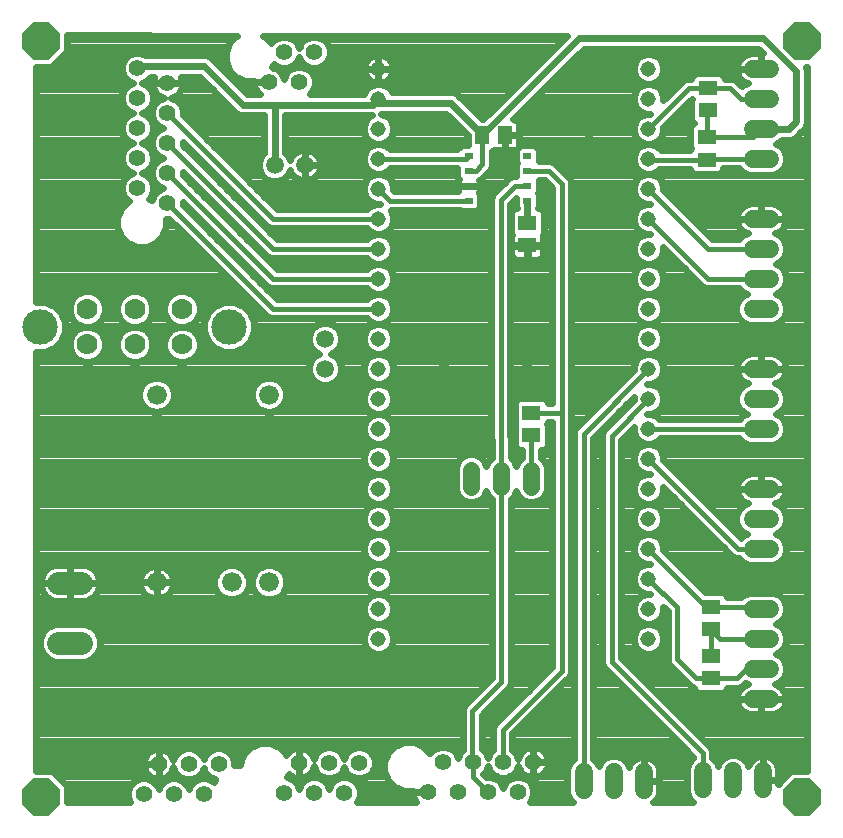
<source format=gbl>
G75*
G70*
%OFA0B0*%
%FSLAX24Y24*%
%IPPOS*%
%LPD*%
%AMOC8*
5,1,8,0,0,1.08239X$1,22.5*
%
%ADD10C,0.0515*%
%ADD11C,0.0660*%
%ADD12C,0.0768*%
%ADD13C,0.0594*%
%ADD14R,0.0300X0.0220*%
%ADD15R,0.0630X0.0512*%
%ADD16R,0.0512X0.0591*%
%ADD17C,0.0560*%
%ADD18C,0.0560*%
%ADD19C,0.0700*%
%ADD20C,0.1181*%
%ADD21C,0.0591*%
%ADD22C,0.0160*%
%ADD23C,0.0240*%
%ADD24C,0.0396*%
%ADD25OC8,0.1266*%
D10*
X019065Y011228D03*
X019065Y012228D03*
X019065Y013228D03*
X019065Y014228D03*
X019065Y015228D03*
X019065Y016228D03*
X019065Y017228D03*
X019065Y018228D03*
X019065Y019228D03*
X019065Y020228D03*
X019065Y021228D03*
X019065Y022228D03*
X019065Y023228D03*
X019065Y024228D03*
X019065Y025228D03*
X019065Y026228D03*
X019065Y027228D03*
X019065Y028228D03*
X019065Y029228D03*
X019065Y030228D03*
X028065Y030228D03*
X028065Y029228D03*
X028065Y028228D03*
X028065Y027228D03*
X028065Y026228D03*
X028065Y025228D03*
X028065Y024228D03*
X028065Y023228D03*
X028065Y022228D03*
X028065Y021228D03*
X028065Y020228D03*
X028065Y019228D03*
X028065Y018228D03*
X028065Y017228D03*
X028065Y016228D03*
X028065Y015228D03*
X028065Y014228D03*
X028065Y013228D03*
X028065Y012228D03*
X028065Y011228D03*
D11*
X015419Y013117D03*
X014167Y013117D03*
X011667Y013117D03*
X011667Y019369D03*
X015415Y019369D03*
D12*
X009166Y013092D02*
X008398Y013092D01*
X008398Y011092D02*
X009166Y011092D01*
D13*
X025900Y006785D02*
X025900Y006191D01*
X026900Y006191D02*
X026900Y006785D01*
X027900Y006785D02*
X027900Y006191D01*
X029880Y006214D02*
X029880Y006807D01*
X030880Y006807D02*
X030880Y006214D01*
X031880Y006214D02*
X031880Y006807D01*
X032127Y009228D02*
X031534Y009228D01*
X031534Y010228D02*
X032127Y010228D01*
X032127Y011228D02*
X031534Y011228D01*
X031534Y012228D02*
X032127Y012228D01*
X032127Y014228D02*
X031534Y014228D01*
X031534Y015228D02*
X032127Y015228D01*
X032127Y016228D02*
X031534Y016228D01*
X031534Y018228D02*
X032127Y018228D01*
X032127Y019228D02*
X031534Y019228D01*
X031534Y020228D02*
X032127Y020228D01*
X032127Y022228D02*
X031534Y022228D01*
X031534Y023228D02*
X032127Y023228D01*
X032127Y024228D02*
X031534Y024228D01*
X031534Y025228D02*
X032127Y025228D01*
X032127Y027228D02*
X031534Y027228D01*
X031534Y028228D02*
X032127Y028228D01*
X032127Y029228D02*
X031534Y029228D01*
X031534Y030228D02*
X032127Y030228D01*
D14*
X024028Y027329D03*
X024028Y026829D03*
X024028Y026329D03*
X024028Y025829D03*
X022073Y025829D03*
X022073Y026329D03*
X022073Y026829D03*
X022073Y027329D03*
D15*
X024030Y025093D03*
X024030Y024345D03*
X024159Y018759D03*
X024159Y018011D03*
X030143Y012297D03*
X030143Y011549D03*
X030145Y010665D03*
X030145Y009917D03*
X030005Y027204D03*
X030005Y027952D03*
X030052Y028845D03*
X030052Y029593D03*
D16*
X023281Y028023D03*
X022533Y028023D03*
D17*
X022160Y016853D02*
X022160Y016293D01*
X023160Y016293D02*
X023160Y016853D01*
X024160Y016853D02*
X024160Y016293D01*
D18*
X024213Y007118D03*
X023213Y007118D03*
X022213Y007118D03*
X021213Y007118D03*
X021713Y006118D03*
X022713Y006118D03*
X023713Y006118D03*
X020713Y006118D03*
X018416Y007090D03*
X017416Y007090D03*
X016416Y007090D03*
X016916Y006090D03*
X017916Y006090D03*
X015916Y006090D03*
X013734Y007059D03*
X012734Y007059D03*
X011734Y007059D03*
X011234Y006059D03*
X012234Y006059D03*
X013234Y006059D03*
X012030Y025745D03*
X012030Y026745D03*
X011030Y026245D03*
X011030Y027245D03*
X011030Y028245D03*
X011030Y029245D03*
X011030Y030245D03*
X012030Y029745D03*
X012030Y028745D03*
X012030Y027745D03*
X015420Y029780D03*
X016420Y029780D03*
X015920Y030780D03*
X016920Y030780D03*
D19*
X012512Y022223D03*
X012512Y021042D03*
X010937Y021042D03*
X010937Y022223D03*
X009362Y022223D03*
X009362Y021042D03*
D20*
X007787Y021632D03*
X014087Y021632D03*
D21*
X017283Y021224D03*
X017283Y020224D03*
X016602Y027019D03*
X015602Y027019D03*
D22*
X015548Y025228D02*
X019065Y025228D01*
X019465Y025829D02*
X019065Y026228D01*
X019465Y025829D02*
X022073Y025829D01*
X022073Y026828D02*
X022073Y026829D01*
X022073Y026828D02*
X022316Y026828D01*
X022533Y027045D01*
X022533Y028023D01*
X022073Y027329D02*
X021972Y027228D01*
X019065Y027228D01*
X019065Y024228D02*
X015548Y024228D01*
X012030Y027745D01*
X012030Y028745D02*
X015548Y025228D01*
X015548Y023228D02*
X019065Y023228D01*
X019065Y022228D02*
X015548Y022228D01*
X012030Y025745D01*
X012030Y026745D02*
X015548Y023228D01*
X023145Y025862D02*
X023145Y018635D01*
X023160Y016573D01*
X023160Y009790D01*
X022186Y008817D01*
X022186Y007144D01*
X022213Y007118D01*
X022213Y006618D01*
X022713Y006118D01*
X023213Y007118D02*
X023215Y007120D01*
X023215Y008202D01*
X025168Y010155D01*
X025168Y018732D01*
X025141Y018759D01*
X024159Y018759D01*
X024159Y018011D02*
X024159Y016574D01*
X024160Y016573D01*
X025900Y018063D02*
X025900Y006488D01*
X029647Y009917D02*
X029018Y010546D01*
X029018Y012276D01*
X028065Y013228D01*
X028065Y014228D02*
X029996Y012297D01*
X030143Y012297D01*
X031761Y012297D01*
X031830Y012228D01*
X031830Y011228D02*
X030464Y011228D01*
X030143Y011549D01*
X030143Y010668D01*
X030145Y010665D01*
X030145Y009917D02*
X029647Y009917D01*
X030145Y009917D02*
X031014Y009917D01*
X031275Y010178D01*
X031780Y010178D01*
X031830Y010228D01*
X029880Y007423D02*
X029880Y006510D01*
X029880Y007423D02*
X026837Y010467D01*
X026837Y018000D01*
X028065Y019228D01*
X028065Y020228D02*
X025900Y018063D01*
X025168Y018732D02*
X025168Y026400D01*
X024739Y026829D01*
X024028Y026829D01*
X024028Y026329D02*
X023612Y026329D01*
X023145Y025862D01*
X028065Y026228D02*
X030065Y024228D01*
X031830Y024228D01*
X031830Y023228D02*
X030065Y023228D01*
X028065Y025228D01*
X028103Y027204D02*
X028065Y027228D01*
X028103Y027204D02*
X030005Y027204D01*
X029832Y027228D01*
X031830Y027228D01*
X031544Y027953D02*
X031830Y028228D01*
X031544Y027953D02*
X030005Y027952D01*
X030018Y028877D01*
X030052Y028845D01*
X030052Y029593D02*
X029417Y029579D01*
X028065Y028228D01*
X030052Y029593D02*
X030795Y029579D01*
X031145Y029230D01*
X031829Y029230D01*
X031830Y029228D01*
X031830Y018228D02*
X028065Y018228D01*
X028065Y017228D02*
X031065Y014228D01*
X031830Y014228D01*
D23*
X032318Y014728D02*
X032430Y014774D01*
X032581Y014925D01*
X032662Y015122D01*
X032662Y015334D01*
X032581Y015531D01*
X032430Y015681D01*
X032293Y015738D01*
X032326Y015749D01*
X032398Y015786D01*
X032464Y015834D01*
X032521Y015891D01*
X032569Y015957D01*
X032606Y016030D01*
X032631Y016107D01*
X032644Y016187D01*
X032644Y016228D01*
X032644Y016269D01*
X032631Y016349D01*
X032606Y016426D01*
X032569Y016499D01*
X032521Y016565D01*
X032464Y016622D01*
X032398Y016670D01*
X032326Y016707D01*
X032248Y016732D01*
X032168Y016745D01*
X031830Y016745D01*
X031493Y016745D01*
X031413Y016732D01*
X031335Y016707D01*
X031263Y016670D01*
X031197Y016622D01*
X031139Y016565D01*
X031091Y016499D01*
X031055Y016426D01*
X031029Y016349D01*
X031017Y016269D01*
X031017Y016228D01*
X031830Y016228D01*
X031830Y016228D01*
X031017Y016228D01*
X031017Y016187D01*
X031029Y016107D01*
X031055Y016030D01*
X031091Y015957D01*
X031139Y015891D01*
X031197Y015834D01*
X031263Y015786D01*
X031335Y015749D01*
X031368Y015738D01*
X031230Y015681D01*
X031080Y015531D01*
X030999Y015334D01*
X030999Y015122D01*
X031080Y014925D01*
X031230Y014774D01*
X031343Y014728D01*
X031230Y014681D01*
X031146Y014597D01*
X028561Y017182D01*
X028561Y017327D01*
X028486Y017509D01*
X028346Y017648D01*
X028164Y017724D01*
X027967Y017724D01*
X027785Y017648D01*
X027645Y017509D01*
X027570Y017327D01*
X027570Y017129D01*
X027645Y016947D01*
X027785Y016808D01*
X027967Y016732D01*
X028111Y016732D01*
X028120Y016724D01*
X027967Y016724D01*
X027785Y016648D01*
X027645Y016509D01*
X027570Y016327D01*
X027570Y016129D01*
X027645Y015947D01*
X027785Y015808D01*
X027967Y015732D01*
X028164Y015732D01*
X028346Y015808D01*
X028486Y015947D01*
X028561Y016129D01*
X028561Y016282D01*
X030796Y014048D01*
X030885Y013958D01*
X031002Y013910D01*
X031095Y013910D01*
X031230Y013774D01*
X031427Y013693D01*
X032234Y013693D01*
X032430Y013774D01*
X032581Y013925D01*
X032662Y014122D01*
X032662Y014334D01*
X032581Y014531D01*
X032430Y014681D01*
X032318Y014728D01*
X032373Y014751D02*
X033342Y014751D01*
X033342Y014989D02*
X032607Y014989D01*
X032662Y015228D02*
X033342Y015228D01*
X033342Y015466D02*
X032608Y015466D01*
X032374Y015705D02*
X033342Y015705D01*
X033342Y015943D02*
X032559Y015943D01*
X032643Y016182D02*
X033342Y016182D01*
X033342Y016420D02*
X032608Y016420D01*
X032644Y016228D02*
X031830Y016228D01*
X031830Y016745D01*
X031830Y016228D01*
X031830Y016228D01*
X031830Y016228D01*
X032644Y016228D01*
X032414Y016659D02*
X033342Y016659D01*
X033342Y016897D02*
X028846Y016897D01*
X029084Y016659D02*
X031247Y016659D01*
X031053Y016420D02*
X029323Y016420D01*
X029561Y016182D02*
X031018Y016182D01*
X031102Y015943D02*
X029800Y015943D01*
X030038Y015705D02*
X031287Y015705D01*
X031053Y015466D02*
X030277Y015466D01*
X030515Y015228D02*
X030999Y015228D01*
X031053Y014989D02*
X030754Y014989D01*
X030992Y014751D02*
X031288Y014751D01*
X030808Y014035D02*
X028708Y014035D01*
X028561Y014182D02*
X028561Y014327D01*
X028486Y014509D01*
X028346Y014648D01*
X028164Y014724D01*
X027967Y014724D01*
X027785Y014648D01*
X027645Y014509D01*
X027570Y014327D01*
X027570Y014129D01*
X027645Y013947D01*
X027785Y013808D01*
X027967Y013732D01*
X028111Y013732D01*
X028120Y013724D01*
X027967Y013724D01*
X027785Y013648D01*
X027645Y013509D01*
X027570Y013327D01*
X027570Y013129D01*
X027645Y012947D01*
X027785Y012808D01*
X027967Y012732D01*
X028111Y012732D01*
X028120Y012724D01*
X027967Y012724D01*
X027785Y012648D01*
X027645Y012509D01*
X027570Y012327D01*
X027570Y012129D01*
X027645Y011947D01*
X027785Y011808D01*
X027967Y011732D01*
X028164Y011732D01*
X028346Y011808D01*
X028486Y011947D01*
X028561Y012129D01*
X028561Y012282D01*
X028700Y012144D01*
X028700Y010483D01*
X028748Y010366D01*
X028838Y010277D01*
X029467Y009648D01*
X029584Y009599D01*
X029592Y009599D01*
X029592Y009563D01*
X029732Y009423D01*
X030559Y009423D01*
X030699Y009563D01*
X030699Y009599D01*
X031077Y009599D01*
X031194Y009648D01*
X031295Y009748D01*
X031368Y009718D01*
X031335Y009707D01*
X031263Y009670D01*
X031197Y009622D01*
X031139Y009565D01*
X031091Y009499D01*
X031055Y009426D01*
X031029Y009349D01*
X031017Y009269D01*
X031017Y009228D01*
X031830Y009228D01*
X031830Y009228D01*
X031017Y009228D01*
X031017Y009187D01*
X031029Y009107D01*
X031055Y009030D01*
X031091Y008957D01*
X031139Y008891D01*
X031197Y008834D01*
X031263Y008786D01*
X031335Y008749D01*
X031413Y008724D01*
X031493Y008711D01*
X031830Y008711D01*
X031830Y009228D01*
X031830Y009228D01*
X031830Y008711D01*
X032168Y008711D01*
X032248Y008724D01*
X032326Y008749D01*
X032398Y008786D01*
X032464Y008834D01*
X032521Y008891D01*
X032569Y008957D01*
X032606Y009030D01*
X032631Y009107D01*
X032644Y009187D01*
X032644Y009228D01*
X032644Y009269D01*
X032631Y009349D01*
X032606Y009426D01*
X032569Y009499D01*
X032521Y009565D01*
X032464Y009622D01*
X032398Y009670D01*
X032326Y009707D01*
X032293Y009718D01*
X032430Y009774D01*
X032581Y009925D01*
X032662Y010122D01*
X032662Y010334D01*
X032581Y010531D01*
X032430Y010681D01*
X032318Y010728D01*
X032430Y010774D01*
X032581Y010925D01*
X032662Y011122D01*
X032662Y011334D01*
X032581Y011531D01*
X032430Y011681D01*
X032318Y011728D01*
X032430Y011774D01*
X032581Y011925D01*
X032662Y012122D01*
X032662Y012334D01*
X032581Y012531D01*
X032430Y012681D01*
X032234Y012763D01*
X031427Y012763D01*
X031230Y012681D01*
X031164Y012615D01*
X030696Y012615D01*
X030696Y012652D01*
X030557Y012791D01*
X029952Y012791D01*
X028561Y014182D01*
X028561Y014274D02*
X030570Y014274D01*
X030331Y014512D02*
X028482Y014512D01*
X028346Y014808D02*
X028486Y014947D01*
X028561Y015129D01*
X028561Y015327D01*
X028486Y015509D01*
X028346Y015648D01*
X028164Y015724D01*
X027967Y015724D01*
X027785Y015648D01*
X027645Y015509D01*
X027570Y015327D01*
X027570Y015129D01*
X027645Y014947D01*
X027785Y014808D01*
X027967Y014732D01*
X028164Y014732D01*
X028346Y014808D01*
X028208Y014751D02*
X030093Y014751D01*
X029854Y014989D02*
X028503Y014989D01*
X028561Y015228D02*
X029616Y015228D01*
X029377Y015466D02*
X028503Y015466D01*
X028209Y015705D02*
X029139Y015705D01*
X028900Y015943D02*
X028482Y015943D01*
X028561Y016182D02*
X028662Y016182D01*
X027921Y015705D02*
X027155Y015705D01*
X027155Y015943D02*
X027649Y015943D01*
X027570Y016182D02*
X027155Y016182D01*
X027155Y016420D02*
X027609Y016420D01*
X027810Y016659D02*
X027155Y016659D01*
X027155Y016897D02*
X027695Y016897D01*
X027570Y017136D02*
X027155Y017136D01*
X027155Y017374D02*
X027590Y017374D01*
X027749Y017613D02*
X027155Y017613D01*
X027155Y017851D02*
X027741Y017851D01*
X027785Y017808D02*
X027967Y017732D01*
X028164Y017732D01*
X028346Y017808D01*
X028448Y017910D01*
X031095Y017910D01*
X031230Y017774D01*
X031427Y017693D01*
X032234Y017693D01*
X032430Y017774D01*
X032581Y017925D01*
X032662Y018122D01*
X032662Y018334D01*
X032581Y018531D01*
X032430Y018681D01*
X032318Y018728D01*
X032430Y018774D01*
X032581Y018925D01*
X032662Y019122D01*
X032662Y019334D01*
X032581Y019531D01*
X032430Y019681D01*
X032293Y019738D01*
X032326Y019749D01*
X032398Y019786D01*
X032464Y019834D01*
X032521Y019891D01*
X032569Y019957D01*
X032606Y020030D01*
X032631Y020107D01*
X032644Y020187D01*
X032644Y020228D01*
X032644Y020269D01*
X032631Y020349D01*
X032606Y020426D01*
X032569Y020499D01*
X032521Y020565D01*
X032464Y020622D01*
X032398Y020670D01*
X032326Y020707D01*
X032248Y020732D01*
X032168Y020745D01*
X031830Y020745D01*
X031493Y020745D01*
X031413Y020732D01*
X031335Y020707D01*
X031263Y020670D01*
X031197Y020622D01*
X031139Y020565D01*
X031091Y020499D01*
X031055Y020426D01*
X031029Y020349D01*
X031017Y020269D01*
X031017Y020228D01*
X031830Y020228D01*
X031830Y020228D01*
X031017Y020228D01*
X031017Y020187D01*
X031029Y020107D01*
X031055Y020030D01*
X031091Y019957D01*
X031139Y019891D01*
X031197Y019834D01*
X031263Y019786D01*
X031335Y019749D01*
X031368Y019738D01*
X031230Y019681D01*
X031080Y019531D01*
X030999Y019334D01*
X030999Y019122D01*
X031080Y018925D01*
X031230Y018774D01*
X031343Y018728D01*
X031230Y018681D01*
X031095Y018546D01*
X028448Y018546D01*
X028346Y018648D01*
X028164Y018724D01*
X028011Y018724D01*
X028020Y018732D01*
X028164Y018732D01*
X028346Y018808D01*
X028486Y018947D01*
X028561Y019129D01*
X028561Y019327D01*
X028486Y019509D01*
X028346Y019648D01*
X028164Y019724D01*
X028011Y019724D01*
X028020Y019732D01*
X028164Y019732D01*
X028346Y019808D01*
X028486Y019947D01*
X028561Y020129D01*
X028561Y020327D01*
X028486Y020509D01*
X028346Y020648D01*
X028164Y020724D01*
X027967Y020724D01*
X027785Y020648D01*
X027645Y020509D01*
X027570Y020327D01*
X027570Y020182D01*
X025720Y018333D01*
X025631Y018243D01*
X025582Y018126D01*
X025582Y007223D01*
X025447Y007088D01*
X025365Y006891D01*
X025365Y006085D01*
X025447Y005888D01*
X025548Y005787D01*
X024116Y005789D01*
X024152Y005824D01*
X024231Y006015D01*
X024231Y006221D01*
X024152Y006411D01*
X024006Y006557D01*
X023816Y006636D01*
X023610Y006636D01*
X023419Y006557D01*
X023274Y006411D01*
X023213Y006265D01*
X023152Y006411D01*
X023006Y006557D01*
X022816Y006636D01*
X022645Y006636D01*
X022554Y006727D01*
X022652Y006824D01*
X022713Y006971D01*
X022774Y006824D01*
X022919Y006679D01*
X023110Y006600D01*
X023316Y006600D01*
X023506Y006679D01*
X023652Y006824D01*
X023725Y007001D01*
X023725Y007001D01*
X023749Y006926D01*
X023785Y006856D01*
X023831Y006792D01*
X023887Y006737D01*
X023951Y006690D01*
X024021Y006655D01*
X024096Y006630D01*
X024173Y006618D01*
X024213Y006618D01*
X024252Y006618D01*
X024330Y006630D01*
X024405Y006655D01*
X024475Y006690D01*
X024539Y006737D01*
X024594Y006792D01*
X024640Y006856D01*
X024676Y006926D01*
X024700Y007001D01*
X024713Y007079D01*
X024713Y007118D01*
X024713Y007157D01*
X024700Y007235D01*
X024676Y007310D01*
X024640Y007380D01*
X024594Y007444D01*
X024539Y007499D01*
X024475Y007546D01*
X024405Y007581D01*
X024330Y007606D01*
X024252Y007618D01*
X024213Y007618D01*
X024213Y007118D01*
X024713Y007118D01*
X024213Y007118D01*
X024213Y007118D01*
X024213Y007118D01*
X024213Y006618D01*
X024213Y007118D01*
X024213Y007118D01*
X024213Y007618D01*
X024173Y007618D01*
X024096Y007606D01*
X024021Y007581D01*
X023951Y007546D01*
X023887Y007499D01*
X023831Y007444D01*
X023785Y007380D01*
X023749Y007310D01*
X023725Y007235D01*
X023652Y007411D01*
X023533Y007530D01*
X023533Y008071D01*
X025437Y009975D01*
X025486Y010092D01*
X025486Y026463D01*
X025437Y026580D01*
X025348Y026669D01*
X024919Y027098D01*
X024802Y027147D01*
X024416Y027147D01*
X024416Y027537D01*
X024277Y027677D01*
X023780Y027677D01*
X023736Y027633D01*
X023742Y027643D01*
X023757Y027699D01*
X023757Y028015D01*
X023289Y028015D01*
X023289Y028031D01*
X023757Y028031D01*
X023757Y028347D01*
X023742Y028403D01*
X023713Y028453D01*
X023672Y028494D01*
X023622Y028523D01*
X023566Y028538D01*
X023554Y028538D01*
X025910Y030893D01*
X031733Y030893D01*
X031882Y030745D01*
X031830Y030745D01*
X031493Y030745D01*
X031413Y030732D01*
X031335Y030707D01*
X031263Y030670D01*
X031197Y030622D01*
X031139Y030565D01*
X031091Y030499D01*
X031055Y030426D01*
X031029Y030349D01*
X031017Y030269D01*
X031017Y030228D01*
X031830Y030228D01*
X031830Y030228D01*
X031017Y030228D01*
X031017Y030187D01*
X031029Y030107D01*
X031055Y030030D01*
X031091Y029957D01*
X031139Y029891D01*
X031197Y029834D01*
X031263Y029786D01*
X031335Y029749D01*
X031368Y029738D01*
X031230Y029681D01*
X031187Y029638D01*
X031022Y029802D01*
X030980Y029846D01*
X030977Y029847D01*
X030975Y029849D01*
X030919Y029872D01*
X030864Y029896D01*
X030861Y029896D01*
X030858Y029898D01*
X030798Y029898D01*
X030605Y029901D01*
X030605Y029947D01*
X030465Y030087D01*
X029638Y030087D01*
X029498Y029947D01*
X029498Y029899D01*
X029414Y029898D01*
X029354Y029898D01*
X029350Y029896D01*
X029347Y029896D01*
X029292Y029872D01*
X029237Y029849D01*
X029234Y029847D01*
X029231Y029845D01*
X029190Y029802D01*
X028561Y029173D01*
X028561Y029327D01*
X028486Y029509D01*
X028346Y029648D01*
X028164Y029724D01*
X027967Y029724D01*
X027785Y029648D01*
X027645Y029509D01*
X027570Y029327D01*
X027570Y029129D01*
X027645Y028947D01*
X027785Y028808D01*
X027967Y028732D01*
X028120Y028732D01*
X028111Y028724D01*
X027967Y028724D01*
X027785Y028648D01*
X027645Y028509D01*
X027570Y028327D01*
X027570Y028129D01*
X027645Y027947D01*
X027785Y027808D01*
X027967Y027732D01*
X028164Y027732D01*
X028346Y027808D01*
X028486Y027947D01*
X028561Y028129D01*
X028561Y028274D01*
X029512Y029225D01*
X029518Y029219D01*
X029498Y029199D01*
X029498Y028490D01*
X029567Y028422D01*
X029452Y028307D01*
X029452Y027597D01*
X029471Y027578D01*
X029452Y027558D01*
X029452Y027522D01*
X028472Y027522D01*
X028346Y027648D01*
X028164Y027724D01*
X027967Y027724D01*
X027785Y027648D01*
X027645Y027509D01*
X027570Y027327D01*
X027570Y027129D01*
X027645Y026947D01*
X027785Y026808D01*
X027967Y026732D01*
X028164Y026732D01*
X028346Y026808D01*
X028424Y026885D01*
X029452Y026886D01*
X029452Y026849D01*
X029591Y026710D01*
X030418Y026710D01*
X030558Y026849D01*
X030558Y026910D01*
X031095Y026910D01*
X031230Y026774D01*
X031427Y026693D01*
X032234Y026693D01*
X032430Y026774D01*
X032581Y026925D01*
X032662Y027122D01*
X032662Y027334D01*
X032581Y027531D01*
X032430Y027681D01*
X032318Y027728D01*
X032430Y027774D01*
X032526Y027870D01*
X032811Y027870D01*
X032943Y027924D01*
X033043Y028025D01*
X033288Y028269D01*
X033342Y028401D01*
X033342Y030220D01*
X033311Y030296D01*
X033343Y030296D01*
X033342Y006809D01*
X032825Y006809D01*
X032397Y006381D01*
X032397Y006510D01*
X031880Y006510D01*
X031880Y006510D01*
X031880Y007324D01*
X031840Y007324D01*
X031759Y007311D01*
X031682Y007286D01*
X031609Y007249D01*
X031544Y007202D01*
X031486Y007144D01*
X031438Y007078D01*
X031401Y007006D01*
X031391Y006973D01*
X031334Y007110D01*
X031183Y007261D01*
X030987Y007342D01*
X030774Y007342D01*
X030577Y007261D01*
X030427Y007110D01*
X030380Y006998D01*
X030334Y007110D01*
X030198Y007246D01*
X030198Y007487D01*
X030150Y007603D01*
X030061Y007693D01*
X027155Y010598D01*
X027155Y017868D01*
X027570Y018282D01*
X027570Y018129D01*
X027645Y017947D01*
X027785Y017808D01*
X027586Y018090D02*
X027377Y018090D01*
X026954Y018567D02*
X026854Y018567D01*
X026716Y018328D02*
X026616Y018328D01*
X026657Y018269D02*
X026567Y018180D01*
X026519Y018063D01*
X026519Y010403D01*
X026567Y010286D01*
X029562Y007291D01*
X029562Y007246D01*
X029427Y007110D01*
X029345Y006914D01*
X029345Y006107D01*
X029427Y005911D01*
X029554Y005783D01*
X028220Y005785D01*
X028237Y005797D01*
X028295Y005854D01*
X028342Y005920D01*
X028379Y005993D01*
X028405Y006070D01*
X028417Y006150D01*
X028417Y006488D01*
X028417Y006825D01*
X028405Y006906D01*
X028379Y006983D01*
X028342Y007056D01*
X028295Y007122D01*
X028237Y007179D01*
X028171Y007227D01*
X028099Y007264D01*
X028021Y007289D01*
X027941Y007302D01*
X027900Y007302D01*
X027860Y007302D01*
X027779Y007289D01*
X027702Y007264D01*
X027629Y007227D01*
X027564Y007179D01*
X027506Y007122D01*
X027458Y007056D01*
X027421Y006983D01*
X027411Y006951D01*
X027354Y007088D01*
X027203Y007238D01*
X027007Y007320D01*
X026794Y007320D01*
X026597Y007238D01*
X026447Y007088D01*
X026400Y006976D01*
X026354Y007088D01*
X026218Y007223D01*
X026218Y017931D01*
X027570Y019282D01*
X027570Y019282D01*
X027570Y019182D01*
X026657Y018269D01*
X026657Y018269D01*
X026530Y018090D02*
X026377Y018090D01*
X026519Y017851D02*
X026218Y017851D01*
X026218Y017613D02*
X026519Y017613D01*
X026519Y017374D02*
X026218Y017374D01*
X026218Y017136D02*
X026519Y017136D01*
X026519Y016897D02*
X026218Y016897D01*
X026218Y016659D02*
X026519Y016659D01*
X026519Y016420D02*
X026218Y016420D01*
X026218Y016182D02*
X026519Y016182D01*
X026519Y015943D02*
X026218Y015943D01*
X026218Y015705D02*
X026519Y015705D01*
X026519Y015466D02*
X026218Y015466D01*
X026218Y015228D02*
X026519Y015228D01*
X026519Y014989D02*
X026218Y014989D01*
X026218Y014751D02*
X026519Y014751D01*
X026519Y014512D02*
X026218Y014512D01*
X026218Y014274D02*
X026519Y014274D01*
X026519Y014035D02*
X026218Y014035D01*
X026218Y013797D02*
X026519Y013797D01*
X026519Y013558D02*
X026218Y013558D01*
X026218Y013320D02*
X026519Y013320D01*
X026519Y013081D02*
X026218Y013081D01*
X026218Y012843D02*
X026519Y012843D01*
X026519Y012604D02*
X026218Y012604D01*
X026218Y012366D02*
X026519Y012366D01*
X026519Y012127D02*
X026218Y012127D01*
X026218Y011889D02*
X026519Y011889D01*
X026519Y011650D02*
X026218Y011650D01*
X026218Y011412D02*
X026519Y011412D01*
X026519Y011173D02*
X026218Y011173D01*
X026218Y010935D02*
X026519Y010935D01*
X026519Y010696D02*
X026218Y010696D01*
X026218Y010458D02*
X026519Y010458D01*
X026634Y010219D02*
X026218Y010219D01*
X026218Y009981D02*
X026873Y009981D01*
X027111Y009742D02*
X026218Y009742D01*
X026218Y009504D02*
X027350Y009504D01*
X027588Y009265D02*
X026218Y009265D01*
X026218Y009027D02*
X027827Y009027D01*
X028065Y008788D02*
X026218Y008788D01*
X026218Y008550D02*
X028304Y008550D01*
X028542Y008311D02*
X026218Y008311D01*
X026218Y008073D02*
X028781Y008073D01*
X029019Y007834D02*
X026218Y007834D01*
X026218Y007596D02*
X029258Y007596D01*
X029496Y007357D02*
X026218Y007357D01*
X026323Y007119D02*
X026478Y007119D01*
X027323Y007119D02*
X027504Y007119D01*
X027900Y007119D02*
X027900Y007119D01*
X027900Y007302D02*
X027900Y006488D01*
X027900Y007302D01*
X027900Y006880D02*
X027900Y006880D01*
X027900Y006642D02*
X027900Y006642D01*
X027900Y006488D02*
X027900Y006488D01*
X028417Y006488D01*
X027900Y006488D01*
X027900Y006488D01*
X028417Y006403D02*
X029345Y006403D01*
X029345Y006165D02*
X028417Y006165D01*
X028346Y005926D02*
X029420Y005926D01*
X029345Y006642D02*
X028417Y006642D01*
X028409Y006880D02*
X029345Y006880D01*
X029435Y007119D02*
X028297Y007119D01*
X029442Y008311D02*
X033342Y008311D01*
X033342Y008073D02*
X029681Y008073D01*
X029919Y007834D02*
X033342Y007834D01*
X033342Y007596D02*
X030153Y007596D01*
X030198Y007357D02*
X033342Y007357D01*
X033342Y007119D02*
X032293Y007119D01*
X032275Y007144D02*
X032217Y007202D01*
X032151Y007249D01*
X032079Y007286D01*
X032001Y007311D01*
X031921Y007324D01*
X031880Y007324D01*
X031880Y006510D01*
X031880Y006510D01*
X032397Y006510D01*
X032397Y006848D01*
X032385Y006928D01*
X032359Y007006D01*
X032322Y007078D01*
X032275Y007144D01*
X032392Y006880D02*
X033342Y006880D01*
X032658Y006642D02*
X032397Y006642D01*
X032397Y006403D02*
X032420Y006403D01*
X031880Y006642D02*
X031880Y006642D01*
X031880Y006880D02*
X031880Y006880D01*
X031880Y007119D02*
X031880Y007119D01*
X031468Y007119D02*
X031325Y007119D01*
X030435Y007119D02*
X030325Y007119D01*
X029204Y008550D02*
X033342Y008550D01*
X033342Y008788D02*
X032401Y008788D01*
X032605Y009027D02*
X033342Y009027D01*
X033342Y009265D02*
X032644Y009265D01*
X032644Y009228D02*
X031830Y009228D01*
X031830Y009228D01*
X032644Y009228D01*
X032566Y009504D02*
X033342Y009504D01*
X033342Y009742D02*
X032353Y009742D01*
X032604Y009981D02*
X033342Y009981D01*
X033342Y010219D02*
X032662Y010219D01*
X032611Y010458D02*
X033342Y010458D01*
X033342Y010696D02*
X032395Y010696D01*
X032585Y010935D02*
X033342Y010935D01*
X033342Y011173D02*
X032662Y011173D01*
X032630Y011412D02*
X033342Y011412D01*
X033342Y011650D02*
X032461Y011650D01*
X032545Y011889D02*
X033342Y011889D01*
X033342Y012127D02*
X032662Y012127D01*
X032649Y012366D02*
X033342Y012366D01*
X033342Y012604D02*
X032507Y012604D01*
X033342Y012843D02*
X029900Y012843D01*
X029662Y013081D02*
X033342Y013081D01*
X033342Y013320D02*
X029423Y013320D01*
X029185Y013558D02*
X033342Y013558D01*
X033342Y013797D02*
X032453Y013797D01*
X032626Y014035D02*
X033342Y014035D01*
X033342Y014274D02*
X032662Y014274D01*
X032589Y014512D02*
X033342Y014512D01*
X031830Y016420D02*
X031830Y016420D01*
X031830Y016659D02*
X031830Y016659D01*
X031154Y017851D02*
X028390Y017851D01*
X028381Y017613D02*
X033343Y017613D01*
X033343Y017851D02*
X032507Y017851D01*
X032649Y018090D02*
X033343Y018090D01*
X033343Y018328D02*
X032662Y018328D01*
X032545Y018567D02*
X033343Y018567D01*
X033343Y018805D02*
X032461Y018805D01*
X032630Y019044D02*
X033343Y019044D01*
X033343Y019282D02*
X032662Y019282D01*
X032585Y019521D02*
X033343Y019521D01*
X033343Y019759D02*
X032346Y019759D01*
X032590Y019998D02*
X033343Y019998D01*
X033343Y020236D02*
X032644Y020236D01*
X032644Y020228D02*
X031830Y020228D01*
X031830Y020745D01*
X031830Y020228D01*
X031830Y020228D01*
X031830Y020228D01*
X032644Y020228D01*
X032582Y020475D02*
X033343Y020475D01*
X033343Y020713D02*
X032306Y020713D01*
X031830Y020713D02*
X031830Y020713D01*
X031830Y020475D02*
X031830Y020475D01*
X031830Y020236D02*
X031830Y020236D01*
X031355Y020713D02*
X028189Y020713D01*
X028164Y020732D02*
X028346Y020808D01*
X028486Y020947D01*
X028561Y021129D01*
X028561Y021327D01*
X028486Y021509D01*
X028346Y021648D01*
X028164Y021724D01*
X027967Y021724D01*
X027785Y021648D01*
X027645Y021509D01*
X027570Y021327D01*
X027570Y021129D01*
X027645Y020947D01*
X027785Y020808D01*
X027967Y020732D01*
X028164Y020732D01*
X027942Y020713D02*
X025486Y020713D01*
X025486Y020475D02*
X027631Y020475D01*
X027570Y020236D02*
X025486Y020236D01*
X025486Y019998D02*
X027385Y019998D01*
X027147Y019759D02*
X025486Y019759D01*
X025486Y019521D02*
X026908Y019521D01*
X026670Y019282D02*
X025486Y019282D01*
X025486Y019044D02*
X026431Y019044D01*
X026193Y018805D02*
X025486Y018805D01*
X025486Y018567D02*
X025954Y018567D01*
X025716Y018328D02*
X025486Y018328D01*
X025486Y018090D02*
X025582Y018090D01*
X025582Y017851D02*
X025486Y017851D01*
X025486Y017613D02*
X025582Y017613D01*
X025582Y017374D02*
X025486Y017374D01*
X025486Y017136D02*
X025582Y017136D01*
X025582Y016897D02*
X025486Y016897D01*
X025486Y016659D02*
X025582Y016659D01*
X025582Y016420D02*
X025486Y016420D01*
X025486Y016182D02*
X025582Y016182D01*
X025582Y015943D02*
X025486Y015943D01*
X025486Y015705D02*
X025582Y015705D01*
X025582Y015466D02*
X025486Y015466D01*
X025486Y015228D02*
X025582Y015228D01*
X025582Y014989D02*
X025486Y014989D01*
X025486Y014751D02*
X025582Y014751D01*
X025582Y014512D02*
X025486Y014512D01*
X025486Y014274D02*
X025582Y014274D01*
X025582Y014035D02*
X025486Y014035D01*
X025486Y013797D02*
X025582Y013797D01*
X025582Y013558D02*
X025486Y013558D01*
X025486Y013320D02*
X025582Y013320D01*
X025582Y013081D02*
X025486Y013081D01*
X025486Y012843D02*
X025582Y012843D01*
X025582Y012604D02*
X025486Y012604D01*
X025486Y012366D02*
X025582Y012366D01*
X025582Y012127D02*
X025486Y012127D01*
X025486Y011889D02*
X025582Y011889D01*
X025582Y011650D02*
X025486Y011650D01*
X025486Y011412D02*
X025582Y011412D01*
X025582Y011173D02*
X025486Y011173D01*
X025486Y010935D02*
X025582Y010935D01*
X025582Y010696D02*
X025486Y010696D01*
X025486Y010458D02*
X025582Y010458D01*
X025582Y010219D02*
X025486Y010219D01*
X025440Y009981D02*
X025582Y009981D01*
X025582Y009742D02*
X025205Y009742D01*
X024966Y009504D02*
X025582Y009504D01*
X025582Y009265D02*
X024728Y009265D01*
X024489Y009027D02*
X025582Y009027D01*
X025582Y008788D02*
X024251Y008788D01*
X024012Y008550D02*
X025582Y008550D01*
X025582Y008311D02*
X023774Y008311D01*
X023535Y008073D02*
X025582Y008073D01*
X025582Y007834D02*
X023533Y007834D01*
X023533Y007596D02*
X024065Y007596D01*
X024213Y007596D02*
X024213Y007596D01*
X024360Y007596D02*
X025582Y007596D01*
X025582Y007357D02*
X024652Y007357D01*
X024713Y007119D02*
X025478Y007119D01*
X025365Y006880D02*
X024653Y006880D01*
X024365Y006642D02*
X025365Y006642D01*
X025365Y006403D02*
X024155Y006403D01*
X024213Y006642D02*
X024213Y006642D01*
X024060Y006642D02*
X023417Y006642D01*
X023270Y006403D02*
X023155Y006403D01*
X023009Y006642D02*
X022639Y006642D01*
X022675Y006880D02*
X022750Y006880D01*
X022713Y007265D02*
X022652Y007411D01*
X022506Y007557D01*
X022504Y007558D01*
X022504Y008685D01*
X023429Y009610D01*
X023478Y009727D01*
X023478Y015878D01*
X023599Y016000D01*
X023660Y016146D01*
X023720Y016000D01*
X023866Y015854D01*
X024057Y015775D01*
X024263Y015775D01*
X024453Y015854D01*
X024599Y016000D01*
X024678Y016190D01*
X024678Y016956D01*
X024599Y017146D01*
X024477Y017268D01*
X024477Y017517D01*
X024572Y017517D01*
X024712Y017656D01*
X024712Y018365D01*
X024692Y018385D01*
X024712Y018404D01*
X024712Y018441D01*
X024850Y018441D01*
X024850Y010287D01*
X023035Y008472D01*
X022945Y008383D01*
X022897Y008266D01*
X022897Y007535D01*
X022774Y007411D01*
X022713Y007265D01*
X022674Y007357D02*
X022751Y007357D01*
X022897Y007596D02*
X022504Y007596D01*
X022504Y007834D02*
X022897Y007834D01*
X022897Y008073D02*
X022504Y008073D01*
X022504Y008311D02*
X022916Y008311D01*
X023113Y008550D02*
X022504Y008550D01*
X022607Y008788D02*
X023351Y008788D01*
X023590Y009027D02*
X022846Y009027D01*
X023084Y009265D02*
X023828Y009265D01*
X024067Y009504D02*
X023323Y009504D01*
X023478Y009742D02*
X024305Y009742D01*
X024544Y009981D02*
X023478Y009981D01*
X023478Y010219D02*
X024782Y010219D01*
X024850Y010458D02*
X023478Y010458D01*
X023478Y010696D02*
X024850Y010696D01*
X024850Y010935D02*
X023478Y010935D01*
X023478Y011173D02*
X024850Y011173D01*
X024850Y011412D02*
X023478Y011412D01*
X023478Y011650D02*
X024850Y011650D01*
X024850Y011889D02*
X023478Y011889D01*
X023478Y012127D02*
X024850Y012127D01*
X024850Y012366D02*
X023478Y012366D01*
X023478Y012604D02*
X024850Y012604D01*
X024850Y012843D02*
X023478Y012843D01*
X023478Y013081D02*
X024850Y013081D01*
X024850Y013320D02*
X023478Y013320D01*
X023478Y013558D02*
X024850Y013558D01*
X024850Y013797D02*
X023478Y013797D01*
X023478Y014035D02*
X024850Y014035D01*
X024850Y014274D02*
X023478Y014274D01*
X023478Y014512D02*
X024850Y014512D01*
X024850Y014751D02*
X023478Y014751D01*
X023478Y014989D02*
X024850Y014989D01*
X024850Y015228D02*
X023478Y015228D01*
X023478Y015466D02*
X024850Y015466D01*
X024850Y015705D02*
X023478Y015705D01*
X023543Y015943D02*
X023777Y015943D01*
X024543Y015943D02*
X024850Y015943D01*
X024850Y016182D02*
X024674Y016182D01*
X024678Y016420D02*
X024850Y016420D01*
X024850Y016659D02*
X024678Y016659D01*
X024678Y016897D02*
X024850Y016897D01*
X024850Y017136D02*
X024603Y017136D01*
X024477Y017374D02*
X024850Y017374D01*
X024850Y017613D02*
X024669Y017613D01*
X024712Y017851D02*
X024850Y017851D01*
X024850Y018090D02*
X024712Y018090D01*
X024712Y018328D02*
X024850Y018328D01*
X024850Y019077D02*
X024712Y019077D01*
X024712Y019113D01*
X024572Y019253D01*
X023745Y019253D01*
X023606Y019113D01*
X023606Y018404D01*
X023625Y018385D01*
X023606Y018365D01*
X023606Y017656D01*
X023745Y017517D01*
X023841Y017517D01*
X023841Y017267D01*
X023720Y017146D01*
X023660Y017000D01*
X023599Y017146D01*
X023473Y017272D01*
X023463Y018636D01*
X023463Y025730D01*
X023640Y025907D01*
X023640Y025620D01*
X023672Y025588D01*
X023672Y025587D01*
X023617Y025587D01*
X023477Y025448D01*
X023477Y024739D01*
X023518Y024699D01*
X023510Y024686D01*
X023495Y024630D01*
X023495Y024353D01*
X024022Y024353D01*
X024022Y024337D01*
X023495Y024337D01*
X023495Y024060D01*
X023510Y024004D01*
X023539Y023954D01*
X023580Y023913D01*
X023631Y023884D01*
X023686Y023869D01*
X024022Y023869D01*
X024022Y024337D01*
X024038Y024337D01*
X024038Y023869D01*
X024374Y023869D01*
X024430Y023884D01*
X024480Y023913D01*
X024521Y023954D01*
X024550Y024004D01*
X024565Y024060D01*
X024565Y024337D01*
X024038Y024337D01*
X024038Y024353D01*
X024565Y024353D01*
X024565Y024630D01*
X024550Y024686D01*
X024543Y024699D01*
X024583Y024739D01*
X024583Y025448D01*
X024444Y025587D01*
X024389Y025587D01*
X024389Y025592D01*
X024416Y025620D01*
X024416Y026037D01*
X024375Y026079D01*
X024416Y026120D01*
X024416Y026511D01*
X024607Y026511D01*
X024850Y026268D01*
X024850Y019077D01*
X024850Y019282D02*
X023463Y019282D01*
X023463Y019044D02*
X023606Y019044D01*
X023606Y018805D02*
X023463Y018805D01*
X023464Y018567D02*
X023606Y018567D01*
X023606Y018328D02*
X023466Y018328D01*
X023467Y018090D02*
X023606Y018090D01*
X023606Y017851D02*
X023469Y017851D01*
X023471Y017613D02*
X023649Y017613D01*
X023472Y017374D02*
X023841Y017374D01*
X023716Y017136D02*
X023603Y017136D01*
X022837Y017263D02*
X022720Y017146D01*
X022660Y017000D01*
X022599Y017146D01*
X022453Y017292D01*
X022263Y017371D01*
X022057Y017371D01*
X021866Y017292D01*
X021720Y017146D01*
X021641Y016956D01*
X021641Y016190D01*
X021720Y016000D01*
X021866Y015854D01*
X022057Y015775D01*
X022263Y015775D01*
X022453Y015854D01*
X022599Y016000D01*
X022660Y016146D01*
X022720Y016000D01*
X022841Y015878D01*
X022841Y009922D01*
X022006Y009087D01*
X021917Y008997D01*
X021868Y008880D01*
X021868Y007506D01*
X021774Y007411D01*
X021713Y007265D01*
X021652Y007411D01*
X021506Y007557D01*
X021316Y007636D01*
X021110Y007636D01*
X020919Y007557D01*
X020776Y007413D01*
X020766Y007436D01*
X020537Y007665D01*
X020237Y007790D01*
X019913Y007790D01*
X019613Y007665D01*
X019384Y007436D01*
X019260Y007136D01*
X019260Y006812D01*
X019384Y006512D01*
X019613Y006283D01*
X019913Y006159D01*
X020213Y006159D01*
X020213Y006157D01*
X020213Y006118D01*
X020713Y006118D01*
X020713Y006118D01*
X020213Y006118D01*
X020213Y006079D01*
X020225Y006001D01*
X020249Y005926D01*
X020285Y005856D01*
X020331Y005792D01*
X018353Y005794D01*
X018355Y005796D01*
X018434Y005987D01*
X018434Y006193D01*
X018355Y006383D01*
X018209Y006529D01*
X018019Y006608D01*
X017813Y006608D01*
X017622Y006529D01*
X017477Y006383D01*
X017416Y006237D01*
X017355Y006383D01*
X017209Y006529D01*
X017019Y006608D01*
X016813Y006608D01*
X016622Y006529D01*
X016477Y006383D01*
X016416Y006237D01*
X016355Y006383D01*
X016209Y006529D01*
X016020Y006608D01*
X016070Y006728D01*
X016090Y006709D01*
X016154Y006662D01*
X016224Y006627D01*
X016299Y006602D01*
X016376Y006590D01*
X016416Y006590D01*
X016455Y006590D01*
X016533Y006602D01*
X016608Y006627D01*
X016678Y006662D01*
X016742Y006709D01*
X016797Y006764D01*
X016843Y006828D01*
X016879Y006898D01*
X016904Y006973D01*
X016977Y006796D01*
X017122Y006651D01*
X017313Y006572D01*
X017519Y006572D01*
X017709Y006651D01*
X017855Y006796D01*
X017916Y006943D01*
X017977Y006796D01*
X018122Y006651D01*
X018313Y006572D01*
X018519Y006572D01*
X018709Y006651D01*
X018855Y006796D01*
X018934Y006987D01*
X018934Y007193D01*
X018855Y007383D01*
X018709Y007529D01*
X018519Y007608D01*
X018313Y007608D01*
X018122Y007529D01*
X017977Y007383D01*
X017916Y007237D01*
X017855Y007383D01*
X017709Y007529D01*
X017519Y007608D01*
X017313Y007608D01*
X017122Y007529D01*
X016977Y007383D01*
X016904Y007207D01*
X016904Y007207D01*
X016879Y007282D01*
X016843Y007352D01*
X016797Y007416D01*
X016742Y007471D01*
X016678Y007518D01*
X016608Y007553D01*
X016533Y007578D01*
X016455Y007590D01*
X016416Y007590D01*
X016416Y007090D01*
X016416Y007090D01*
X016416Y006590D01*
X016416Y007090D01*
X016416Y007090D01*
X016416Y007590D01*
X016376Y007590D01*
X016299Y007578D01*
X016224Y007553D01*
X016154Y007518D01*
X016090Y007471D01*
X016034Y007416D01*
X015991Y007356D01*
X015969Y007408D01*
X015740Y007637D01*
X015440Y007762D01*
X015116Y007762D01*
X014816Y007637D01*
X014587Y007408D01*
X014463Y007108D01*
X014463Y007018D01*
X014252Y007018D01*
X014252Y007162D01*
X014173Y007352D01*
X014028Y007498D01*
X013837Y007577D01*
X013631Y007577D01*
X013441Y007498D01*
X013295Y007352D01*
X013234Y007205D01*
X013173Y007352D01*
X013028Y007498D01*
X012837Y007577D01*
X012631Y007577D01*
X012441Y007498D01*
X012295Y007352D01*
X012222Y007176D01*
X012197Y007251D01*
X012162Y007321D01*
X012115Y007384D01*
X012060Y007440D01*
X011996Y007486D01*
X011926Y007522D01*
X011851Y007546D01*
X011773Y007559D01*
X011734Y007559D01*
X011695Y007559D01*
X011617Y007546D01*
X011542Y007522D01*
X011472Y007486D01*
X011408Y007440D01*
X011353Y007384D01*
X011306Y007321D01*
X011271Y007251D01*
X011246Y007176D01*
X011234Y007098D01*
X011234Y007059D01*
X011734Y007059D01*
X011734Y007559D01*
X011734Y007059D01*
X011734Y007059D01*
X011734Y007059D01*
X011234Y007059D01*
X011234Y007019D01*
X011246Y006942D01*
X011271Y006867D01*
X011306Y006797D01*
X011353Y006733D01*
X011408Y006677D01*
X011472Y006631D01*
X011542Y006595D01*
X011617Y006571D01*
X011695Y006559D01*
X011734Y006559D01*
X011734Y007059D01*
X011734Y007059D01*
X011734Y006559D01*
X011773Y006559D01*
X011851Y006571D01*
X011926Y006595D01*
X011996Y006631D01*
X012060Y006677D01*
X012115Y006733D01*
X012162Y006797D01*
X012197Y006867D01*
X012222Y006942D01*
X012295Y006765D01*
X012441Y006619D01*
X012631Y006541D01*
X012837Y006541D01*
X013028Y006619D01*
X013173Y006765D01*
X013234Y006912D01*
X013295Y006765D01*
X013441Y006619D01*
X013630Y006541D01*
X013587Y006438D01*
X013528Y006498D01*
X013337Y006577D01*
X013131Y006577D01*
X012941Y006498D01*
X012795Y006352D01*
X012734Y006205D01*
X012673Y006352D01*
X012528Y006498D01*
X012337Y006577D01*
X012131Y006577D01*
X011941Y006498D01*
X011795Y006352D01*
X011734Y006205D01*
X011673Y006352D01*
X011528Y006498D01*
X011337Y006577D01*
X011131Y006577D01*
X010941Y006498D01*
X010795Y006352D01*
X010716Y006162D01*
X010716Y005956D01*
X010780Y005802D01*
X008692Y005804D01*
X008692Y006321D01*
X008181Y006832D01*
X007666Y006832D01*
X007658Y020804D01*
X007952Y020804D01*
X008257Y020930D01*
X008490Y021163D01*
X008616Y021467D01*
X008616Y021797D01*
X008490Y022102D01*
X008257Y022335D01*
X007952Y022461D01*
X007657Y022461D01*
X007652Y030293D01*
X008165Y030293D01*
X008676Y030804D01*
X008676Y031338D01*
X014341Y031336D01*
X014321Y031328D01*
X014091Y031099D01*
X013967Y030799D01*
X013967Y030475D01*
X014091Y030175D01*
X014321Y029946D01*
X014620Y029821D01*
X014921Y029821D01*
X014920Y029820D01*
X014920Y029780D01*
X014920Y029741D01*
X014933Y029663D01*
X014957Y029589D01*
X014993Y029518D01*
X015039Y029455D01*
X015095Y029399D01*
X015100Y029395D01*
X014690Y029395D01*
X013466Y030619D01*
X013335Y030673D01*
X011335Y030673D01*
X011324Y030685D01*
X011133Y030764D01*
X010927Y030764D01*
X010737Y030685D01*
X010591Y030539D01*
X010512Y030349D01*
X010512Y030142D01*
X010591Y029952D01*
X010737Y029806D01*
X010884Y029745D01*
X010737Y029685D01*
X010591Y029539D01*
X010512Y029349D01*
X010512Y029142D01*
X010591Y028952D01*
X010737Y028806D01*
X010884Y028745D01*
X010737Y028685D01*
X010591Y028539D01*
X010512Y028349D01*
X010512Y028142D01*
X010591Y027952D01*
X010737Y027806D01*
X010884Y027745D01*
X010737Y027685D01*
X010591Y027539D01*
X010512Y027349D01*
X010512Y027142D01*
X010591Y026952D01*
X010737Y026806D01*
X010884Y026745D01*
X010737Y026685D01*
X010591Y026539D01*
X010512Y026349D01*
X010512Y026142D01*
X010591Y025952D01*
X010735Y025808D01*
X010712Y025799D01*
X010483Y025569D01*
X010359Y025270D01*
X010359Y024945D01*
X010483Y024646D01*
X010712Y024416D01*
X011012Y024292D01*
X011336Y024292D01*
X011636Y024416D01*
X011865Y024646D01*
X011989Y024945D01*
X011989Y025227D01*
X012099Y025227D01*
X015278Y022048D01*
X015278Y022048D01*
X015368Y021958D01*
X015485Y021910D01*
X018683Y021910D01*
X018785Y021808D01*
X018967Y021732D01*
X019164Y021732D01*
X019346Y021808D01*
X019486Y021947D01*
X019561Y022129D01*
X019561Y022327D01*
X019486Y022509D01*
X019346Y022648D01*
X019164Y022724D01*
X018967Y022724D01*
X018785Y022648D01*
X018683Y022546D01*
X015680Y022546D01*
X012548Y025677D01*
X012548Y025777D01*
X015278Y023048D01*
X015278Y023048D01*
X015368Y022958D01*
X015485Y022910D01*
X018683Y022910D01*
X018785Y022808D01*
X018967Y022732D01*
X019164Y022732D01*
X019346Y022808D01*
X019486Y022947D01*
X019561Y023129D01*
X019561Y023327D01*
X019486Y023509D01*
X019346Y023648D01*
X019164Y023724D01*
X018967Y023724D01*
X018785Y023648D01*
X018683Y023546D01*
X015680Y023546D01*
X012548Y026677D01*
X012548Y026777D01*
X015278Y024048D01*
X015368Y023958D01*
X015485Y023910D01*
X018683Y023910D01*
X018785Y023808D01*
X018967Y023732D01*
X019164Y023732D01*
X019346Y023808D01*
X019486Y023947D01*
X019561Y024129D01*
X019561Y024327D01*
X019486Y024509D01*
X019346Y024648D01*
X019164Y024724D01*
X018967Y024724D01*
X018785Y024648D01*
X018683Y024546D01*
X015680Y024546D01*
X012548Y027677D01*
X012548Y027777D01*
X015278Y025048D01*
X015368Y024958D01*
X015485Y024910D01*
X018683Y024910D01*
X018785Y024808D01*
X018967Y024732D01*
X019164Y024732D01*
X019346Y024808D01*
X019486Y024947D01*
X019561Y025129D01*
X019561Y025327D01*
X019486Y025509D01*
X019484Y025511D01*
X021795Y025511D01*
X021825Y025481D01*
X022322Y025481D01*
X022461Y025620D01*
X022461Y026037D01*
X022405Y026094D01*
X022428Y026134D01*
X022443Y026190D01*
X022443Y026329D01*
X022443Y026468D01*
X022428Y026524D01*
X022425Y026529D01*
X022496Y026559D01*
X022586Y026648D01*
X022802Y026865D01*
X022851Y026982D01*
X022851Y027490D01*
X022887Y027490D01*
X022928Y027530D01*
X022940Y027523D01*
X022996Y027508D01*
X023273Y027508D01*
X023273Y028015D01*
X023289Y028015D01*
X023289Y027508D01*
X023566Y027508D01*
X023622Y027523D01*
X023640Y027533D01*
X023640Y027120D01*
X023681Y027079D01*
X023640Y027037D01*
X023640Y026647D01*
X023549Y026647D01*
X023432Y026598D01*
X022965Y026131D01*
X022876Y026042D01*
X022827Y025925D01*
X022827Y018697D01*
X022827Y018696D01*
X022827Y018634D01*
X022827Y018572D01*
X022828Y018571D01*
X022837Y017263D01*
X022836Y017374D02*
X019541Y017374D01*
X019561Y017327D02*
X019486Y017509D01*
X019346Y017648D01*
X019164Y017724D01*
X018967Y017724D01*
X018785Y017648D01*
X018645Y017509D01*
X018570Y017327D01*
X018570Y017129D01*
X018645Y016947D01*
X018785Y016808D01*
X018967Y016732D01*
X019164Y016732D01*
X019346Y016808D01*
X019486Y016947D01*
X019561Y017129D01*
X019561Y017327D01*
X019561Y017136D02*
X021716Y017136D01*
X021641Y016897D02*
X019436Y016897D01*
X019346Y016648D02*
X019164Y016724D01*
X018967Y016724D01*
X018785Y016648D01*
X018645Y016509D01*
X018570Y016327D01*
X018570Y016129D01*
X018645Y015947D01*
X018785Y015808D01*
X018967Y015732D01*
X019164Y015732D01*
X019346Y015808D01*
X019486Y015947D01*
X019561Y016129D01*
X019561Y016327D01*
X019486Y016509D01*
X019346Y016648D01*
X019320Y016659D02*
X021641Y016659D01*
X021641Y016420D02*
X019522Y016420D01*
X019561Y016182D02*
X021645Y016182D01*
X021777Y015943D02*
X019482Y015943D01*
X019346Y015648D02*
X019164Y015724D01*
X018967Y015724D01*
X018785Y015648D01*
X018645Y015509D01*
X018570Y015327D01*
X018570Y015129D01*
X018645Y014947D01*
X018785Y014808D01*
X018967Y014732D01*
X019164Y014732D01*
X019346Y014808D01*
X019486Y014947D01*
X019561Y015129D01*
X019561Y015327D01*
X019486Y015509D01*
X019346Y015648D01*
X019209Y015705D02*
X022841Y015705D01*
X022841Y015466D02*
X019503Y015466D01*
X019561Y015228D02*
X022841Y015228D01*
X022841Y014989D02*
X019503Y014989D01*
X019346Y014648D02*
X019164Y014724D01*
X018967Y014724D01*
X018785Y014648D01*
X018645Y014509D01*
X018570Y014327D01*
X018570Y014129D01*
X018645Y013947D01*
X018785Y013808D01*
X018967Y013732D01*
X019164Y013732D01*
X019346Y013808D01*
X019486Y013947D01*
X019561Y014129D01*
X019561Y014327D01*
X019486Y014509D01*
X019346Y014648D01*
X019208Y014751D02*
X022841Y014751D01*
X022841Y014512D02*
X019482Y014512D01*
X019561Y014274D02*
X022841Y014274D01*
X022841Y014035D02*
X019522Y014035D01*
X019319Y013797D02*
X022841Y013797D01*
X022841Y013558D02*
X019436Y013558D01*
X019486Y013509D02*
X019346Y013648D01*
X019164Y013724D01*
X018967Y013724D01*
X018785Y013648D01*
X018645Y013509D01*
X018570Y013327D01*
X018570Y013129D01*
X018645Y012947D01*
X018785Y012808D01*
X018967Y012732D01*
X019164Y012732D01*
X019346Y012808D01*
X019486Y012947D01*
X019561Y013129D01*
X019561Y013327D01*
X019486Y013509D01*
X019561Y013320D02*
X022841Y013320D01*
X022841Y013081D02*
X019541Y013081D01*
X019381Y012843D02*
X022841Y012843D01*
X022841Y012604D02*
X019390Y012604D01*
X019346Y012648D02*
X019164Y012724D01*
X018967Y012724D01*
X018785Y012648D01*
X018645Y012509D01*
X018570Y012327D01*
X018570Y012129D01*
X018645Y011947D01*
X018785Y011808D01*
X018967Y011732D01*
X019164Y011732D01*
X019346Y011808D01*
X019486Y011947D01*
X019561Y012129D01*
X019561Y012327D01*
X019486Y012509D01*
X019346Y012648D01*
X019545Y012366D02*
X022841Y012366D01*
X022841Y012127D02*
X019560Y012127D01*
X019427Y011889D02*
X022841Y011889D01*
X022841Y011650D02*
X019341Y011650D01*
X019346Y011648D02*
X019164Y011724D01*
X018967Y011724D01*
X018785Y011648D01*
X018645Y011509D01*
X018570Y011327D01*
X018570Y011129D01*
X018645Y010947D01*
X018785Y010808D01*
X018967Y010732D01*
X019164Y010732D01*
X019346Y010808D01*
X019486Y010947D01*
X019561Y011129D01*
X019561Y011327D01*
X019486Y011509D01*
X019346Y011648D01*
X019526Y011412D02*
X022841Y011412D01*
X022841Y011173D02*
X019561Y011173D01*
X019473Y010935D02*
X022841Y010935D01*
X022841Y010696D02*
X009650Y010696D01*
X009693Y010740D02*
X009788Y010968D01*
X009788Y011216D01*
X009693Y011444D01*
X009518Y011619D01*
X009290Y011714D01*
X008274Y011714D01*
X008046Y011619D01*
X007871Y011444D01*
X007776Y011216D01*
X007776Y010968D01*
X007871Y010740D01*
X008046Y010565D01*
X008274Y010470D01*
X009290Y010470D01*
X009518Y010565D01*
X009693Y010740D01*
X009774Y010935D02*
X018658Y010935D01*
X018570Y011173D02*
X009788Y011173D01*
X009707Y011412D02*
X018605Y011412D01*
X018790Y011650D02*
X009443Y011650D01*
X009307Y012503D02*
X009213Y012488D01*
X008790Y012488D01*
X008790Y013084D01*
X008790Y013100D01*
X008774Y013100D01*
X008774Y013696D01*
X008351Y013696D01*
X008257Y013681D01*
X008166Y013652D01*
X008082Y013608D01*
X008005Y013552D01*
X007938Y013485D01*
X007882Y013408D01*
X007839Y013324D01*
X007809Y013233D01*
X007794Y013139D01*
X007794Y013100D01*
X008774Y013100D01*
X008774Y013084D01*
X007794Y013084D01*
X007794Y013044D01*
X007809Y012950D01*
X007839Y012860D01*
X007882Y012775D01*
X007938Y012699D01*
X008005Y012631D01*
X008082Y012575D01*
X008166Y012532D01*
X008257Y012503D01*
X008351Y012488D01*
X008774Y012488D01*
X008774Y013084D01*
X008790Y013084D01*
X009770Y013084D01*
X009770Y013044D01*
X009755Y012950D01*
X009726Y012860D01*
X009682Y012775D01*
X009626Y012699D01*
X009559Y012631D01*
X009482Y012575D01*
X009398Y012532D01*
X009307Y012503D01*
X009522Y012604D02*
X011466Y012604D01*
X011456Y012608D02*
X011538Y012581D01*
X011624Y012567D01*
X011667Y012567D01*
X011710Y012567D01*
X011796Y012581D01*
X011878Y012608D01*
X011955Y012647D01*
X012025Y012698D01*
X012086Y012759D01*
X012137Y012829D01*
X012177Y012906D01*
X012203Y012989D01*
X012217Y013074D01*
X012217Y013117D01*
X011667Y013117D01*
X011667Y012567D01*
X011667Y013117D01*
X011667Y013117D01*
X011667Y013117D01*
X011117Y013117D01*
X011117Y013074D01*
X011130Y012989D01*
X011157Y012906D01*
X011196Y012829D01*
X011247Y012759D01*
X011309Y012698D01*
X011379Y012647D01*
X011456Y012608D01*
X011667Y012604D02*
X011667Y012604D01*
X011868Y012604D02*
X013921Y012604D01*
X013845Y012636D02*
X014054Y012549D01*
X014280Y012549D01*
X014489Y012636D01*
X014648Y012796D01*
X014735Y013004D01*
X014735Y013230D01*
X014648Y013439D01*
X014489Y013599D01*
X014280Y013685D01*
X014054Y013685D01*
X013845Y013599D01*
X013685Y013439D01*
X013599Y013230D01*
X013599Y013004D01*
X013685Y012796D01*
X013845Y012636D01*
X013666Y012843D02*
X012144Y012843D01*
X012217Y013081D02*
X013599Y013081D01*
X013636Y013320D02*
X012179Y013320D01*
X012177Y013328D02*
X012137Y013406D01*
X012086Y013476D01*
X012025Y013537D01*
X011955Y013588D01*
X011878Y013627D01*
X011796Y013654D01*
X011710Y013667D01*
X011667Y013667D01*
X011667Y013117D01*
X011667Y013117D01*
X012217Y013117D01*
X012217Y013161D01*
X012203Y013246D01*
X012177Y013328D01*
X011996Y013558D02*
X013804Y013558D01*
X014529Y013558D02*
X015056Y013558D01*
X015097Y013599D02*
X014937Y013439D01*
X014851Y013230D01*
X014851Y013004D01*
X014937Y012796D01*
X015097Y012636D01*
X015306Y012549D01*
X015532Y012549D01*
X015741Y012636D01*
X015900Y012796D01*
X015987Y013004D01*
X015987Y013230D01*
X015900Y013439D01*
X015741Y013599D01*
X015532Y013685D01*
X015306Y013685D01*
X015097Y013599D01*
X014888Y013320D02*
X014698Y013320D01*
X014735Y013081D02*
X014851Y013081D01*
X014918Y012843D02*
X014668Y012843D01*
X014413Y012604D02*
X015173Y012604D01*
X015665Y012604D02*
X018741Y012604D01*
X018750Y012843D02*
X015920Y012843D01*
X015987Y013081D02*
X018590Y013081D01*
X018570Y013320D02*
X015950Y013320D01*
X015781Y013558D02*
X018695Y013558D01*
X018811Y013797D02*
X007662Y013797D01*
X007662Y014035D02*
X018609Y014035D01*
X018570Y014274D02*
X007662Y014274D01*
X007661Y014512D02*
X018649Y014512D01*
X018922Y014751D02*
X007661Y014751D01*
X007661Y014989D02*
X018628Y014989D01*
X018570Y015228D02*
X007661Y015228D01*
X007661Y015466D02*
X018628Y015466D01*
X018921Y015705D02*
X007661Y015705D01*
X007661Y015943D02*
X018649Y015943D01*
X018570Y016182D02*
X007660Y016182D01*
X007660Y016420D02*
X018609Y016420D01*
X018810Y016659D02*
X007660Y016659D01*
X007660Y016897D02*
X018695Y016897D01*
X018570Y017136D02*
X007660Y017136D01*
X007660Y017374D02*
X018590Y017374D01*
X018749Y017613D02*
X007660Y017613D01*
X007659Y017851D02*
X018741Y017851D01*
X018785Y017808D02*
X018967Y017732D01*
X019164Y017732D01*
X019346Y017808D01*
X019486Y017947D01*
X019561Y018129D01*
X019561Y018327D01*
X019486Y018509D01*
X019346Y018648D01*
X019164Y018724D01*
X018967Y018724D01*
X018785Y018648D01*
X018645Y018509D01*
X018570Y018327D01*
X018570Y018129D01*
X018645Y017947D01*
X018785Y017808D01*
X018586Y018090D02*
X007659Y018090D01*
X007659Y018328D02*
X018571Y018328D01*
X018703Y018567D02*
X007659Y018567D01*
X007659Y018805D02*
X011544Y018805D01*
X011554Y018801D02*
X011780Y018801D01*
X011989Y018888D01*
X012148Y019047D01*
X012235Y019256D01*
X012235Y019482D01*
X012148Y019691D01*
X011989Y019851D01*
X011780Y019937D01*
X011554Y019937D01*
X011345Y019851D01*
X011185Y019691D01*
X011099Y019482D01*
X011099Y019256D01*
X011185Y019047D01*
X011345Y018888D01*
X011554Y018801D01*
X011790Y018805D02*
X015292Y018805D01*
X015302Y018801D02*
X015528Y018801D01*
X015737Y018888D01*
X015896Y019047D01*
X015983Y019256D01*
X015983Y019482D01*
X015896Y019691D01*
X015737Y019851D01*
X015528Y019937D01*
X015302Y019937D01*
X015093Y019851D01*
X014933Y019691D01*
X014847Y019482D01*
X014847Y019256D01*
X014933Y019047D01*
X015093Y018888D01*
X015302Y018801D01*
X015538Y018805D02*
X018791Y018805D01*
X018785Y018808D02*
X018967Y018732D01*
X019164Y018732D01*
X019346Y018808D01*
X019486Y018947D01*
X019561Y019129D01*
X019561Y019327D01*
X019486Y019509D01*
X019346Y019648D01*
X019164Y019724D01*
X018967Y019724D01*
X018785Y019648D01*
X018645Y019509D01*
X018570Y019327D01*
X018570Y019129D01*
X018645Y018947D01*
X018785Y018808D01*
X018605Y019044D02*
X015893Y019044D01*
X015983Y019282D02*
X018570Y019282D01*
X018657Y019521D02*
X015967Y019521D01*
X015828Y019759D02*
X017011Y019759D01*
X016981Y019772D02*
X017177Y019691D01*
X017389Y019691D01*
X017585Y019772D01*
X017735Y019922D01*
X017817Y020118D01*
X017817Y020330D01*
X017735Y020526D01*
X017585Y020676D01*
X017470Y020724D01*
X017585Y020772D01*
X017735Y020922D01*
X017817Y021118D01*
X017817Y021330D01*
X017735Y021526D01*
X017585Y021676D01*
X017389Y021757D01*
X017177Y021757D01*
X016981Y021676D01*
X016831Y021526D01*
X016750Y021330D01*
X016750Y021118D01*
X016831Y020922D01*
X016981Y020772D01*
X017096Y020724D01*
X016981Y020676D01*
X016831Y020526D01*
X016750Y020330D01*
X016750Y020118D01*
X016831Y019922D01*
X016981Y019772D01*
X016800Y019998D02*
X007658Y019998D01*
X007658Y020236D02*
X016750Y020236D01*
X016810Y020475D02*
X012680Y020475D01*
X012629Y020454D02*
X012845Y020543D01*
X013010Y020709D01*
X013100Y020925D01*
X013100Y021159D01*
X013010Y021375D01*
X012845Y021540D01*
X012629Y021630D01*
X012395Y021630D01*
X012179Y021540D01*
X012013Y021375D01*
X011924Y021159D01*
X011924Y020925D01*
X012013Y020709D01*
X012179Y020543D01*
X012395Y020454D01*
X012629Y020454D01*
X012344Y020475D02*
X011105Y020475D01*
X011054Y020454D02*
X011270Y020543D01*
X011436Y020709D01*
X011525Y020925D01*
X011525Y021159D01*
X011436Y021375D01*
X011270Y021540D01*
X011054Y021630D01*
X010820Y021630D01*
X010604Y021540D01*
X010439Y021375D01*
X010349Y021159D01*
X010349Y020925D01*
X010439Y020709D01*
X010604Y020543D01*
X010820Y020454D01*
X011054Y020454D01*
X010769Y020475D02*
X009530Y020475D01*
X009479Y020454D02*
X009695Y020543D01*
X009861Y020709D01*
X009950Y020925D01*
X009950Y021159D01*
X009861Y021375D01*
X009695Y021540D01*
X009479Y021630D01*
X009245Y021630D01*
X009029Y021540D01*
X008864Y021375D01*
X008774Y021159D01*
X008774Y020925D01*
X008864Y020709D01*
X009029Y020543D01*
X009245Y020454D01*
X009479Y020454D01*
X009194Y020475D02*
X007658Y020475D01*
X007658Y020713D02*
X008862Y020713D01*
X008774Y020952D02*
X008279Y020952D01*
X008501Y021190D02*
X008787Y021190D01*
X008918Y021429D02*
X008600Y021429D01*
X008616Y021667D02*
X009167Y021667D01*
X009245Y021635D02*
X009029Y021724D01*
X008864Y021890D01*
X008774Y022106D01*
X008774Y022340D01*
X008864Y022556D01*
X009029Y022721D01*
X009245Y022811D01*
X009479Y022811D01*
X009695Y022721D01*
X009861Y022556D01*
X009950Y022340D01*
X009950Y022106D01*
X009861Y021890D01*
X009695Y021724D01*
X009479Y021635D01*
X009245Y021635D01*
X009558Y021667D02*
X010742Y021667D01*
X010820Y021635D02*
X011054Y021635D01*
X011270Y021724D01*
X011436Y021890D01*
X011525Y022106D01*
X011525Y022340D01*
X011436Y022556D01*
X011270Y022721D01*
X011054Y022811D01*
X010820Y022811D01*
X010604Y022721D01*
X010439Y022556D01*
X010349Y022340D01*
X010349Y022106D01*
X010439Y021890D01*
X010604Y021724D01*
X010820Y021635D01*
X011133Y021667D02*
X012316Y021667D01*
X012395Y021635D02*
X012629Y021635D01*
X012845Y021724D01*
X013010Y021890D01*
X013100Y022106D01*
X013100Y022340D01*
X013010Y022556D01*
X012845Y022721D01*
X012629Y022811D01*
X012395Y022811D01*
X012179Y022721D01*
X012013Y022556D01*
X011924Y022340D01*
X011924Y022106D01*
X012013Y021890D01*
X012179Y021724D01*
X012395Y021635D01*
X012707Y021667D02*
X013258Y021667D01*
X013258Y021797D02*
X013258Y021467D01*
X013384Y021163D01*
X013617Y020930D01*
X013922Y020804D01*
X014252Y020804D01*
X014556Y020930D01*
X014789Y021163D01*
X014915Y021467D01*
X014915Y021797D01*
X014789Y022102D01*
X014556Y022335D01*
X014252Y022461D01*
X013922Y022461D01*
X013617Y022335D01*
X013384Y022102D01*
X013258Y021797D01*
X013303Y021906D02*
X013017Y021906D01*
X013100Y022144D02*
X013427Y022144D01*
X013733Y022383D02*
X013082Y022383D01*
X012945Y022621D02*
X014705Y022621D01*
X014943Y022383D02*
X014440Y022383D01*
X014747Y022144D02*
X015182Y022144D01*
X014870Y021906D02*
X018687Y021906D01*
X018785Y021648D02*
X018645Y021509D01*
X018570Y021327D01*
X018570Y021129D01*
X018645Y020947D01*
X018785Y020808D01*
X018967Y020732D01*
X019164Y020732D01*
X019346Y020808D01*
X019486Y020947D01*
X019561Y021129D01*
X019561Y021327D01*
X019486Y021509D01*
X019346Y021648D01*
X019164Y021724D01*
X018967Y021724D01*
X018785Y021648D01*
X018831Y021667D02*
X017594Y021667D01*
X017776Y021429D02*
X018612Y021429D01*
X018570Y021190D02*
X017817Y021190D01*
X017748Y020952D02*
X018643Y020952D01*
X018785Y020648D02*
X018645Y020509D01*
X018570Y020327D01*
X018570Y020129D01*
X018645Y019947D01*
X018785Y019808D01*
X018967Y019732D01*
X019164Y019732D01*
X019346Y019808D01*
X019486Y019947D01*
X019561Y020129D01*
X019561Y020327D01*
X019486Y020509D01*
X019346Y020648D01*
X019164Y020724D01*
X018967Y020724D01*
X018785Y020648D01*
X018942Y020713D02*
X017496Y020713D01*
X017757Y020475D02*
X018631Y020475D01*
X018570Y020236D02*
X017817Y020236D01*
X017767Y019998D02*
X018624Y019998D01*
X018902Y019759D02*
X017555Y019759D01*
X017071Y020713D02*
X013012Y020713D01*
X013100Y020952D02*
X013595Y020952D01*
X013373Y021190D02*
X013087Y021190D01*
X012957Y021429D02*
X013274Y021429D01*
X012067Y021429D02*
X011382Y021429D01*
X011512Y021190D02*
X011937Y021190D01*
X011924Y020952D02*
X011525Y020952D01*
X011438Y020713D02*
X012011Y020713D01*
X012080Y019759D02*
X015001Y019759D01*
X014863Y019521D02*
X012219Y019521D01*
X012235Y019282D02*
X014847Y019282D01*
X014937Y019044D02*
X012145Y019044D01*
X011189Y019044D02*
X007659Y019044D01*
X007658Y019282D02*
X011099Y019282D01*
X011115Y019521D02*
X007658Y019521D01*
X007658Y019759D02*
X011253Y019759D01*
X010437Y020713D02*
X009863Y020713D01*
X009950Y020952D02*
X010349Y020952D01*
X010362Y021190D02*
X009937Y021190D01*
X009807Y021429D02*
X010492Y021429D01*
X010432Y021906D02*
X009868Y021906D01*
X009950Y022144D02*
X010349Y022144D01*
X010367Y022383D02*
X009933Y022383D01*
X009796Y022621D02*
X010504Y022621D01*
X011370Y022621D02*
X012079Y022621D01*
X011942Y022383D02*
X011507Y022383D01*
X011525Y022144D02*
X011924Y022144D01*
X012007Y021906D02*
X011442Y021906D01*
X013512Y023814D02*
X007656Y023814D01*
X007656Y024052D02*
X013274Y024052D01*
X013035Y024291D02*
X007655Y024291D01*
X007655Y024529D02*
X010599Y024529D01*
X010432Y024768D02*
X007655Y024768D01*
X007655Y025006D02*
X010359Y025006D01*
X010359Y025245D02*
X007655Y025245D01*
X007655Y025483D02*
X010447Y025483D01*
X010635Y025722D02*
X007655Y025722D01*
X007654Y025960D02*
X010588Y025960D01*
X010512Y026199D02*
X007654Y026199D01*
X007654Y026437D02*
X010549Y026437D01*
X010728Y026676D02*
X007654Y026676D01*
X007654Y026914D02*
X010629Y026914D01*
X010512Y027153D02*
X007654Y027153D01*
X007654Y027391D02*
X010530Y027391D01*
X010682Y027630D02*
X007653Y027630D01*
X007653Y027868D02*
X010675Y027868D01*
X010527Y028107D02*
X007653Y028107D01*
X007653Y028345D02*
X010512Y028345D01*
X010636Y028584D02*
X007653Y028584D01*
X007653Y028822D02*
X010721Y028822D01*
X010546Y029061D02*
X007653Y029061D01*
X007652Y029299D02*
X010512Y029299D01*
X010591Y029538D02*
X007652Y029538D01*
X007652Y029776D02*
X010809Y029776D01*
X010565Y030015D02*
X007652Y030015D01*
X007652Y030253D02*
X010512Y030253D01*
X010572Y030492D02*
X008364Y030492D01*
X008602Y030730D02*
X010847Y030730D01*
X011214Y030730D02*
X013967Y030730D01*
X013967Y030492D02*
X013593Y030492D01*
X013832Y030253D02*
X014059Y030253D01*
X014070Y030015D02*
X014252Y030015D01*
X014309Y029776D02*
X014920Y029776D01*
X014920Y029780D02*
X015420Y029780D01*
X015420Y029780D01*
X014920Y029780D01*
X014983Y029538D02*
X014547Y029538D01*
X014541Y029037D02*
X015551Y029037D01*
X015602Y028986D01*
X015602Y027019D01*
X015220Y027391D02*
X013834Y027391D01*
X013596Y027630D02*
X015244Y027630D01*
X015244Y027416D02*
X015150Y027321D01*
X015069Y027125D01*
X015069Y026913D01*
X015150Y026717D01*
X015300Y026567D01*
X015496Y026486D01*
X015708Y026486D01*
X015904Y026567D01*
X016054Y026717D01*
X016113Y026858D01*
X016125Y026821D01*
X016161Y026749D01*
X016209Y026684D01*
X016266Y026626D01*
X016332Y026579D01*
X016404Y026542D01*
X016481Y026517D01*
X016561Y026504D01*
X016602Y026504D01*
X016602Y027019D01*
X016602Y027019D01*
X016602Y026504D01*
X016643Y026504D01*
X016723Y026517D01*
X016800Y026542D01*
X016872Y026579D01*
X016938Y026626D01*
X016995Y026684D01*
X017043Y026749D01*
X017080Y026821D01*
X017105Y026899D01*
X017117Y026979D01*
X017117Y027019D01*
X016602Y027019D01*
X016602Y027019D01*
X017117Y027019D01*
X017117Y027060D01*
X017105Y027140D01*
X017080Y027217D01*
X017043Y027289D01*
X016995Y027355D01*
X016938Y027412D01*
X016872Y027460D01*
X016800Y027497D01*
X016723Y027522D01*
X016643Y027535D01*
X016602Y027535D01*
X016561Y027535D01*
X016481Y027522D01*
X016404Y027497D01*
X016332Y027460D01*
X016266Y027412D01*
X016209Y027355D01*
X016161Y027289D01*
X016125Y027217D01*
X016113Y027180D01*
X016054Y027321D01*
X015960Y027416D01*
X015960Y028679D01*
X018859Y028679D01*
X018785Y028648D01*
X018645Y028509D01*
X018570Y028327D01*
X018570Y028129D01*
X018645Y027947D01*
X018785Y027808D01*
X018967Y027732D01*
X019164Y027732D01*
X019346Y027808D01*
X019486Y027947D01*
X019561Y028129D01*
X019561Y028327D01*
X019486Y028509D01*
X019346Y028648D01*
X019165Y028723D01*
X021326Y028723D01*
X022039Y028011D01*
X022039Y027677D01*
X021825Y027677D01*
X021694Y027546D01*
X019448Y027546D01*
X019346Y027648D01*
X019164Y027724D01*
X018967Y027724D01*
X018785Y027648D01*
X018645Y027509D01*
X018570Y027327D01*
X018570Y027129D01*
X018645Y026947D01*
X018785Y026808D01*
X018967Y026732D01*
X019164Y026732D01*
X019346Y026808D01*
X019448Y026910D01*
X021685Y026910D01*
X021685Y026620D01*
X021741Y026564D01*
X021718Y026524D01*
X021703Y026468D01*
X021703Y026329D01*
X022073Y026329D01*
X022073Y026329D01*
X022443Y026329D01*
X022073Y026329D01*
X022073Y026329D01*
X021703Y026329D01*
X021703Y026190D01*
X021715Y026147D01*
X019596Y026147D01*
X019561Y026182D01*
X019561Y026327D01*
X019486Y026509D01*
X019346Y026648D01*
X019164Y026724D01*
X018967Y026724D01*
X018785Y026648D01*
X018645Y026509D01*
X018570Y026327D01*
X018570Y026129D01*
X018645Y025947D01*
X018785Y025808D01*
X018967Y025732D01*
X019111Y025732D01*
X019120Y025724D01*
X018967Y025724D01*
X018785Y025648D01*
X018683Y025546D01*
X015680Y025546D01*
X012548Y028677D01*
X012548Y028849D01*
X012470Y029039D01*
X012324Y029185D01*
X012147Y029258D01*
X012147Y029258D01*
X012222Y029282D01*
X012292Y029318D01*
X012356Y029364D01*
X012412Y029420D01*
X012458Y029483D01*
X012494Y029554D01*
X012518Y029628D01*
X012530Y029706D01*
X012530Y029745D01*
X012030Y029745D01*
X011530Y029745D01*
X011530Y029706D01*
X011543Y029628D01*
X011567Y029554D01*
X011603Y029483D01*
X011649Y029420D01*
X011705Y029364D01*
X011768Y029318D01*
X011838Y029282D01*
X011913Y029258D01*
X011913Y029258D01*
X011737Y029185D01*
X011591Y029039D01*
X011512Y028849D01*
X011512Y028642D01*
X011591Y028452D01*
X011737Y028306D01*
X011884Y028245D01*
X011737Y028185D01*
X011591Y028039D01*
X011512Y027849D01*
X011512Y027642D01*
X011591Y027452D01*
X011737Y027306D01*
X011884Y027245D01*
X011737Y027185D01*
X011591Y027039D01*
X011512Y026849D01*
X011512Y026642D01*
X011591Y026452D01*
X011737Y026306D01*
X011884Y026245D01*
X011737Y026185D01*
X011591Y026039D01*
X011513Y025850D01*
X011410Y025892D01*
X011470Y025952D01*
X011548Y026142D01*
X011548Y026349D01*
X011470Y026539D01*
X011324Y026685D01*
X011177Y026745D01*
X011324Y026806D01*
X011470Y026952D01*
X011548Y027142D01*
X011548Y027349D01*
X011470Y027539D01*
X011324Y027685D01*
X011177Y027745D01*
X011324Y027806D01*
X011470Y027952D01*
X011548Y028142D01*
X011548Y028349D01*
X011470Y028539D01*
X011324Y028685D01*
X011177Y028745D01*
X011324Y028806D01*
X011470Y028952D01*
X011548Y029142D01*
X011548Y029349D01*
X011470Y029539D01*
X011324Y029685D01*
X011177Y029745D01*
X011324Y029806D01*
X011470Y029952D01*
X011472Y029957D01*
X011577Y029957D01*
X011567Y029937D01*
X011543Y029863D01*
X011530Y029785D01*
X011530Y029745D01*
X012030Y029745D01*
X012030Y029745D01*
X012030Y029745D01*
X012530Y029745D01*
X012530Y029785D01*
X012518Y029863D01*
X012494Y029937D01*
X012484Y029957D01*
X013115Y029957D01*
X014238Y028834D01*
X014339Y028733D01*
X014470Y028679D01*
X015244Y028679D01*
X015244Y027416D01*
X015080Y027153D02*
X014073Y027153D01*
X014311Y026914D02*
X015069Y026914D01*
X015191Y026676D02*
X014550Y026676D01*
X014788Y026437D02*
X018616Y026437D01*
X018570Y026199D02*
X015027Y026199D01*
X015265Y025960D02*
X018640Y025960D01*
X018963Y025722D02*
X015504Y025722D01*
X015081Y025245D02*
X014981Y025245D01*
X014843Y025483D02*
X014742Y025483D01*
X014604Y025722D02*
X014504Y025722D01*
X014366Y025960D02*
X014265Y025960D01*
X014127Y026199D02*
X014027Y026199D01*
X013889Y026437D02*
X013788Y026437D01*
X013650Y026676D02*
X013550Y026676D01*
X013412Y026914D02*
X013311Y026914D01*
X013173Y027153D02*
X013073Y027153D01*
X012935Y027391D02*
X012834Y027391D01*
X012696Y027630D02*
X012596Y027630D01*
X013119Y028107D02*
X015244Y028107D01*
X015244Y028345D02*
X012880Y028345D01*
X012642Y028584D02*
X015244Y028584D01*
X015551Y029037D02*
X018874Y029037D01*
X018919Y029081D01*
X021474Y029081D01*
X022533Y028023D01*
X025761Y031252D01*
X031882Y031252D01*
X032984Y030149D01*
X032984Y028472D01*
X032740Y028228D01*
X031830Y028228D01*
X032524Y027868D02*
X033343Y027868D01*
X033343Y027630D02*
X032482Y027630D01*
X032639Y027391D02*
X033343Y027391D01*
X033343Y027153D02*
X032662Y027153D01*
X032570Y026914D02*
X033343Y026914D01*
X033343Y026676D02*
X028279Y026676D01*
X028346Y026648D02*
X028164Y026724D01*
X027967Y026724D01*
X027785Y026648D01*
X027645Y026509D01*
X027570Y026327D01*
X027570Y026129D01*
X027645Y025947D01*
X027785Y025808D01*
X027967Y025732D01*
X028111Y025732D01*
X028120Y025724D01*
X027967Y025724D01*
X027785Y025648D01*
X027645Y025509D01*
X027570Y025327D01*
X027570Y025129D01*
X027645Y024947D01*
X027785Y024808D01*
X027967Y024732D01*
X028111Y024732D01*
X028120Y024724D01*
X027967Y024724D01*
X027785Y024648D01*
X027645Y024509D01*
X027570Y024327D01*
X027570Y024129D01*
X027645Y023947D01*
X027785Y023808D01*
X027967Y023732D01*
X028164Y023732D01*
X028346Y023808D01*
X028486Y023947D01*
X028561Y024129D01*
X028561Y024282D01*
X029885Y022958D01*
X030002Y022910D01*
X031095Y022910D01*
X031230Y022774D01*
X031343Y022728D01*
X031230Y022681D01*
X031080Y022531D01*
X030999Y022334D01*
X030999Y022122D01*
X031080Y021925D01*
X031230Y021774D01*
X031427Y021693D01*
X032234Y021693D01*
X032430Y021774D01*
X032581Y021925D01*
X032662Y022122D01*
X032662Y022334D01*
X032581Y022531D01*
X032430Y022681D01*
X032318Y022728D01*
X032430Y022774D01*
X032581Y022925D01*
X032662Y023122D01*
X032662Y023334D01*
X032581Y023531D01*
X032430Y023681D01*
X032318Y023728D01*
X032430Y023774D01*
X032581Y023925D01*
X032662Y024122D01*
X032662Y024334D01*
X032581Y024531D01*
X032430Y024681D01*
X032293Y024738D01*
X032326Y024749D01*
X032398Y024786D01*
X032464Y024834D01*
X032521Y024891D01*
X032569Y024957D01*
X032606Y025030D01*
X032631Y025107D01*
X032644Y025187D01*
X032644Y025228D01*
X032644Y025269D01*
X032631Y025349D01*
X032606Y025426D01*
X032569Y025499D01*
X032521Y025565D01*
X032464Y025622D01*
X032398Y025670D01*
X032326Y025707D01*
X032248Y025732D01*
X032168Y025745D01*
X031830Y025745D01*
X031493Y025745D01*
X031413Y025732D01*
X031335Y025707D01*
X031263Y025670D01*
X031197Y025622D01*
X031139Y025565D01*
X031091Y025499D01*
X031055Y025426D01*
X031029Y025349D01*
X031017Y025269D01*
X031017Y025228D01*
X031830Y025228D01*
X031830Y025228D01*
X031017Y025228D01*
X031017Y025187D01*
X031029Y025107D01*
X031055Y025030D01*
X031091Y024957D01*
X031139Y024891D01*
X031197Y024834D01*
X031263Y024786D01*
X031335Y024749D01*
X031368Y024738D01*
X031230Y024681D01*
X031095Y024546D01*
X030197Y024546D01*
X028561Y026182D01*
X028561Y026327D01*
X028486Y026509D01*
X028346Y026648D01*
X028515Y026437D02*
X033343Y026437D01*
X033343Y026199D02*
X028561Y026199D01*
X028783Y025960D02*
X033343Y025960D01*
X033343Y025722D02*
X032280Y025722D01*
X032577Y025483D02*
X033343Y025483D01*
X033343Y025245D02*
X032644Y025245D01*
X032644Y025228D02*
X031830Y025228D01*
X031830Y025745D01*
X031830Y025228D01*
X031830Y025228D01*
X031830Y025228D01*
X032644Y025228D01*
X032594Y025006D02*
X033343Y025006D01*
X033343Y024768D02*
X032363Y024768D01*
X032581Y024529D02*
X033343Y024529D01*
X033343Y024291D02*
X032662Y024291D01*
X032633Y024052D02*
X033343Y024052D01*
X033343Y023814D02*
X032470Y023814D01*
X032536Y023575D02*
X033343Y023575D01*
X033343Y023337D02*
X032661Y023337D01*
X032653Y023098D02*
X033343Y023098D01*
X033343Y022860D02*
X032516Y022860D01*
X032490Y022621D02*
X033343Y022621D01*
X033343Y022383D02*
X032642Y022383D01*
X032662Y022144D02*
X033343Y022144D01*
X033343Y021906D02*
X032562Y021906D01*
X033343Y021667D02*
X028300Y021667D01*
X028346Y021808D02*
X028486Y021947D01*
X028561Y022129D01*
X028561Y022327D01*
X028486Y022509D01*
X028346Y022648D01*
X028164Y022724D01*
X027967Y022724D01*
X027785Y022648D01*
X027645Y022509D01*
X027570Y022327D01*
X027570Y022129D01*
X027645Y021947D01*
X027785Y021808D01*
X027967Y021732D01*
X028164Y021732D01*
X028346Y021808D01*
X028444Y021906D02*
X031099Y021906D01*
X030999Y022144D02*
X028561Y022144D01*
X028538Y022383D02*
X031019Y022383D01*
X031170Y022621D02*
X028373Y022621D01*
X028346Y022808D02*
X028486Y022947D01*
X028561Y023129D01*
X028561Y023327D01*
X028486Y023509D01*
X028346Y023648D01*
X028164Y023724D01*
X027967Y023724D01*
X027785Y023648D01*
X027645Y023509D01*
X027570Y023327D01*
X027570Y023129D01*
X027645Y022947D01*
X027785Y022808D01*
X027967Y022732D01*
X028164Y022732D01*
X028346Y022808D01*
X028398Y022860D02*
X031145Y022860D01*
X029745Y023098D02*
X028548Y023098D01*
X028557Y023337D02*
X029507Y023337D01*
X029268Y023575D02*
X028419Y023575D01*
X028352Y023814D02*
X029030Y023814D01*
X028791Y024052D02*
X028529Y024052D01*
X027779Y023814D02*
X025486Y023814D01*
X025486Y024052D02*
X027602Y024052D01*
X027570Y024291D02*
X025486Y024291D01*
X025486Y024529D02*
X027666Y024529D01*
X027881Y024768D02*
X025486Y024768D01*
X025486Y025006D02*
X027621Y025006D01*
X027570Y025245D02*
X025486Y025245D01*
X025486Y025483D02*
X027635Y025483D01*
X027963Y025722D02*
X025486Y025722D01*
X025486Y025960D02*
X027640Y025960D01*
X027570Y026199D02*
X025486Y026199D01*
X025486Y026437D02*
X027616Y026437D01*
X027851Y026676D02*
X025341Y026676D01*
X025103Y026914D02*
X027678Y026914D01*
X027570Y027153D02*
X024416Y027153D01*
X024416Y027391D02*
X027597Y027391D01*
X027766Y027630D02*
X024324Y027630D01*
X023757Y027868D02*
X027724Y027868D01*
X027579Y028107D02*
X023757Y028107D01*
X023757Y028345D02*
X027578Y028345D01*
X027720Y028584D02*
X023600Y028584D01*
X023838Y028822D02*
X027770Y028822D01*
X027598Y029061D02*
X024077Y029061D01*
X024315Y029299D02*
X027570Y029299D01*
X027674Y029538D02*
X024554Y029538D01*
X024792Y029776D02*
X027861Y029776D01*
X027785Y029808D02*
X027967Y029732D01*
X028164Y029732D01*
X028346Y029808D01*
X028486Y029947D01*
X028561Y030129D01*
X028561Y030327D01*
X028486Y030509D01*
X028346Y030648D01*
X028164Y030724D01*
X027967Y030724D01*
X027785Y030648D01*
X027645Y030509D01*
X027570Y030327D01*
X027570Y030129D01*
X027645Y029947D01*
X027785Y029808D01*
X027617Y030015D02*
X025031Y030015D01*
X025269Y030253D02*
X027570Y030253D01*
X027638Y030492D02*
X025508Y030492D01*
X025746Y030730D02*
X031407Y030730D01*
X031088Y030492D02*
X028493Y030492D01*
X028561Y030253D02*
X031017Y030253D01*
X031062Y030015D02*
X030537Y030015D01*
X031048Y029776D02*
X031282Y029776D01*
X031830Y030228D02*
X031830Y030745D01*
X031830Y030228D01*
X031830Y030228D01*
X031830Y030253D02*
X031830Y030253D01*
X031830Y030492D02*
X031830Y030492D01*
X031830Y030730D02*
X031830Y030730D01*
X033328Y030253D02*
X033343Y030253D01*
X033342Y030015D02*
X033343Y030015D01*
X033342Y029776D02*
X033343Y029776D01*
X033342Y029538D02*
X033343Y029538D01*
X033342Y029299D02*
X033343Y029299D01*
X033342Y029061D02*
X033343Y029061D01*
X033342Y028822D02*
X033343Y028822D01*
X033342Y028584D02*
X033343Y028584D01*
X033343Y028345D02*
X033319Y028345D01*
X033343Y028107D02*
X033125Y028107D01*
X031830Y025722D02*
X031830Y025722D01*
X031830Y025483D02*
X031830Y025483D01*
X031830Y025245D02*
X031830Y025245D01*
X031381Y025722D02*
X029021Y025722D01*
X029260Y025483D02*
X031084Y025483D01*
X031017Y025245D02*
X029498Y025245D01*
X029737Y025006D02*
X031066Y025006D01*
X031298Y024768D02*
X029975Y024768D01*
X027712Y023575D02*
X025486Y023575D01*
X025486Y023337D02*
X027574Y023337D01*
X027583Y023098D02*
X025486Y023098D01*
X025486Y022860D02*
X027733Y022860D01*
X027758Y022621D02*
X025486Y022621D01*
X025486Y022383D02*
X027593Y022383D01*
X027570Y022144D02*
X025486Y022144D01*
X025486Y021906D02*
X027687Y021906D01*
X027831Y021667D02*
X025486Y021667D01*
X025486Y021429D02*
X027612Y021429D01*
X027570Y021190D02*
X025486Y021190D01*
X025486Y020952D02*
X027643Y020952D01*
X028487Y020952D02*
X033343Y020952D01*
X033343Y021190D02*
X028561Y021190D01*
X028519Y021429D02*
X033343Y021429D01*
X031315Y019759D02*
X028229Y019759D01*
X028473Y019521D02*
X031076Y019521D01*
X030999Y019282D02*
X028561Y019282D01*
X028526Y019044D02*
X031031Y019044D01*
X031200Y018805D02*
X028340Y018805D01*
X028427Y018567D02*
X031116Y018567D01*
X031071Y019998D02*
X028506Y019998D01*
X028561Y020236D02*
X031017Y020236D01*
X031079Y020475D02*
X028500Y020475D01*
X027431Y019044D02*
X027331Y019044D01*
X027193Y018805D02*
X027093Y018805D01*
X028541Y017374D02*
X033343Y017374D01*
X033343Y017136D02*
X028607Y017136D01*
X027628Y015466D02*
X027155Y015466D01*
X027155Y015228D02*
X027570Y015228D01*
X027628Y014989D02*
X027155Y014989D01*
X027155Y014751D02*
X027922Y014751D01*
X027649Y014512D02*
X027155Y014512D01*
X027155Y014274D02*
X027570Y014274D01*
X027609Y014035D02*
X027155Y014035D01*
X027155Y013797D02*
X027811Y013797D01*
X027695Y013558D02*
X027155Y013558D01*
X027155Y013320D02*
X027570Y013320D01*
X027590Y013081D02*
X027155Y013081D01*
X027155Y012843D02*
X027750Y012843D01*
X027741Y012604D02*
X027155Y012604D01*
X027155Y012366D02*
X027586Y012366D01*
X027571Y012127D02*
X027155Y012127D01*
X027155Y011889D02*
X027704Y011889D01*
X027790Y011650D02*
X027155Y011650D01*
X027155Y011412D02*
X027605Y011412D01*
X027570Y011327D02*
X027570Y011129D01*
X027645Y010947D01*
X027785Y010808D01*
X027967Y010732D01*
X028164Y010732D01*
X028346Y010808D01*
X028486Y010947D01*
X028561Y011129D01*
X028561Y011327D01*
X028486Y011509D01*
X028346Y011648D01*
X028164Y011724D01*
X027967Y011724D01*
X027785Y011648D01*
X027645Y011509D01*
X027570Y011327D01*
X027570Y011173D02*
X027155Y011173D01*
X027155Y010935D02*
X027658Y010935D01*
X027155Y010696D02*
X028700Y010696D01*
X028710Y010458D02*
X027296Y010458D01*
X027534Y010219D02*
X028895Y010219D01*
X029134Y009981D02*
X027773Y009981D01*
X028011Y009742D02*
X029372Y009742D01*
X029651Y009504D02*
X028250Y009504D01*
X028488Y009265D02*
X031017Y009265D01*
X031056Y009027D02*
X028727Y009027D01*
X028965Y008788D02*
X031259Y008788D01*
X031830Y008788D02*
X031830Y008788D01*
X031830Y009027D02*
X031830Y009027D01*
X031095Y009504D02*
X030640Y009504D01*
X031289Y009742D02*
X031308Y009742D01*
X028700Y010935D02*
X028473Y010935D01*
X028561Y011173D02*
X028700Y011173D01*
X028700Y011412D02*
X028526Y011412D01*
X028700Y011650D02*
X028341Y011650D01*
X028427Y011889D02*
X028700Y011889D01*
X028700Y012127D02*
X028560Y012127D01*
X028946Y013797D02*
X031208Y013797D01*
X024850Y019521D02*
X023463Y019521D01*
X023463Y019759D02*
X024850Y019759D01*
X024850Y019998D02*
X023463Y019998D01*
X023463Y020236D02*
X024850Y020236D01*
X024850Y020475D02*
X023463Y020475D01*
X023463Y020713D02*
X024850Y020713D01*
X024850Y020952D02*
X023463Y020952D01*
X023463Y021190D02*
X024850Y021190D01*
X024850Y021429D02*
X023463Y021429D01*
X023463Y021667D02*
X024850Y021667D01*
X024850Y021906D02*
X023463Y021906D01*
X023463Y022144D02*
X024850Y022144D01*
X024850Y022383D02*
X023463Y022383D01*
X023463Y022621D02*
X024850Y022621D01*
X024850Y022860D02*
X023463Y022860D01*
X023463Y023098D02*
X024850Y023098D01*
X024850Y023337D02*
X023463Y023337D01*
X023463Y023575D02*
X024850Y023575D01*
X024850Y023814D02*
X023463Y023814D01*
X023463Y024052D02*
X023498Y024052D01*
X023495Y024291D02*
X023463Y024291D01*
X023463Y024529D02*
X023495Y024529D01*
X023477Y024768D02*
X023463Y024768D01*
X023463Y025006D02*
X023477Y025006D01*
X023463Y025245D02*
X023477Y025245D01*
X023463Y025483D02*
X023513Y025483D01*
X023463Y025722D02*
X023640Y025722D01*
X024028Y025829D02*
X024030Y025826D01*
X024030Y025093D01*
X024583Y025006D02*
X024850Y025006D01*
X024850Y024768D02*
X024583Y024768D01*
X024565Y024529D02*
X024850Y024529D01*
X024850Y024291D02*
X024565Y024291D01*
X024563Y024052D02*
X024850Y024052D01*
X024038Y024052D02*
X024022Y024052D01*
X024022Y024291D02*
X024038Y024291D01*
X024583Y025245D02*
X024850Y025245D01*
X024850Y025483D02*
X024548Y025483D01*
X024416Y025722D02*
X024850Y025722D01*
X024850Y025960D02*
X024416Y025960D01*
X024416Y026199D02*
X024850Y026199D01*
X024680Y026437D02*
X024416Y026437D01*
X023640Y026676D02*
X022614Y026676D01*
X022443Y026437D02*
X023271Y026437D01*
X023032Y026199D02*
X022443Y026199D01*
X022461Y025960D02*
X022842Y025960D01*
X022827Y025722D02*
X022461Y025722D01*
X022325Y025483D02*
X022827Y025483D01*
X022827Y025245D02*
X019561Y025245D01*
X019510Y025006D02*
X022827Y025006D01*
X022827Y024768D02*
X019249Y024768D01*
X019465Y024529D02*
X022827Y024529D01*
X022827Y024291D02*
X019561Y024291D01*
X019529Y024052D02*
X022827Y024052D01*
X022827Y023814D02*
X019352Y023814D01*
X019419Y023575D02*
X022827Y023575D01*
X022827Y023337D02*
X019557Y023337D01*
X019548Y023098D02*
X022827Y023098D01*
X022827Y022860D02*
X019398Y022860D01*
X019373Y022621D02*
X022827Y022621D01*
X022827Y022383D02*
X019538Y022383D01*
X019561Y022144D02*
X022827Y022144D01*
X022827Y021906D02*
X019444Y021906D01*
X019300Y021667D02*
X022827Y021667D01*
X022827Y021429D02*
X019519Y021429D01*
X019561Y021190D02*
X022827Y021190D01*
X022827Y020952D02*
X019487Y020952D01*
X019189Y020713D02*
X022827Y020713D01*
X022827Y020475D02*
X019500Y020475D01*
X019561Y020236D02*
X022827Y020236D01*
X022827Y019998D02*
X019506Y019998D01*
X019229Y019759D02*
X022827Y019759D01*
X022827Y019521D02*
X019473Y019521D01*
X019561Y019282D02*
X022827Y019282D01*
X022827Y019044D02*
X019526Y019044D01*
X019340Y018805D02*
X022827Y018805D01*
X022828Y018567D02*
X019427Y018567D01*
X019560Y018328D02*
X022829Y018328D01*
X022831Y018090D02*
X019545Y018090D01*
X019390Y017851D02*
X022833Y017851D01*
X022834Y017613D02*
X019381Y017613D01*
X022543Y015943D02*
X022777Y015943D01*
X022716Y017136D02*
X022603Y017136D01*
X018586Y012366D02*
X007663Y012366D01*
X007663Y012604D02*
X008042Y012604D01*
X007847Y012843D02*
X007662Y012843D01*
X007662Y013081D02*
X007794Y013081D01*
X007837Y013320D02*
X007662Y013320D01*
X007662Y013558D02*
X008013Y013558D01*
X008774Y013558D02*
X008790Y013558D01*
X008790Y013696D02*
X008790Y013100D01*
X009770Y013100D01*
X009770Y013139D01*
X009755Y013233D01*
X009726Y013324D01*
X009682Y013408D01*
X009626Y013485D01*
X009559Y013552D01*
X009482Y013608D01*
X009398Y013652D01*
X009307Y013681D01*
X009213Y013696D01*
X008790Y013696D01*
X008774Y013320D02*
X008790Y013320D01*
X008774Y013081D02*
X008790Y013081D01*
X008774Y012843D02*
X008790Y012843D01*
X008774Y012604D02*
X008790Y012604D01*
X009717Y012843D02*
X011189Y012843D01*
X011117Y013081D02*
X009770Y013081D01*
X009727Y013320D02*
X011154Y013320D01*
X011157Y013328D02*
X011130Y013246D01*
X011117Y013161D01*
X011117Y013117D01*
X011667Y013117D01*
X011667Y013117D01*
X011667Y013667D01*
X011624Y013667D01*
X011538Y013654D01*
X011456Y013627D01*
X011379Y013588D01*
X011309Y013537D01*
X011247Y013476D01*
X011196Y013406D01*
X011157Y013328D01*
X011338Y013558D02*
X009551Y013558D01*
X007663Y012127D02*
X018571Y012127D01*
X018704Y011889D02*
X007663Y011889D01*
X007663Y011650D02*
X008121Y011650D01*
X007857Y011412D02*
X007663Y011412D01*
X007663Y011173D02*
X007776Y011173D01*
X007790Y010935D02*
X007664Y010935D01*
X007664Y010696D02*
X007914Y010696D01*
X007664Y010458D02*
X022841Y010458D01*
X022841Y010219D02*
X007664Y010219D01*
X007664Y009981D02*
X022841Y009981D01*
X022662Y009742D02*
X007664Y009742D01*
X007664Y009504D02*
X022423Y009504D01*
X022185Y009265D02*
X007665Y009265D01*
X007665Y009027D02*
X021946Y009027D01*
X021868Y008788D02*
X007665Y008788D01*
X007665Y008550D02*
X021868Y008550D01*
X021868Y008311D02*
X007665Y008311D01*
X007665Y008073D02*
X021868Y008073D01*
X021868Y007834D02*
X007665Y007834D01*
X007666Y007596D02*
X014775Y007596D01*
X014566Y007357D02*
X014168Y007357D01*
X014252Y007119D02*
X014467Y007119D01*
X013418Y006642D02*
X013050Y006642D01*
X013221Y006880D02*
X013247Y006880D01*
X013300Y007357D02*
X013168Y007357D01*
X012418Y006642D02*
X012011Y006642D01*
X011734Y006642D02*
X011734Y006642D01*
X011734Y006880D02*
X011734Y006880D01*
X011734Y007119D02*
X011734Y007119D01*
X011734Y007357D02*
X011734Y007357D01*
X011333Y007357D02*
X007666Y007357D01*
X007666Y007119D02*
X011237Y007119D01*
X011266Y006880D02*
X007666Y006880D01*
X008371Y006642D02*
X011457Y006642D01*
X011622Y006403D02*
X011846Y006403D01*
X012202Y006880D02*
X012247Y006880D01*
X012222Y006942D02*
X012222Y006942D01*
X012222Y007176D02*
X012222Y007176D01*
X012300Y007357D02*
X012135Y007357D01*
X012622Y006403D02*
X012846Y006403D01*
X010846Y006403D02*
X008610Y006403D01*
X008692Y006165D02*
X010717Y006165D01*
X010728Y005926D02*
X008692Y005926D01*
X015781Y007596D02*
X017283Y007596D01*
X017549Y007596D02*
X018283Y007596D01*
X018549Y007596D02*
X019544Y007596D01*
X019351Y007357D02*
X018866Y007357D01*
X018934Y007119D02*
X019260Y007119D01*
X019260Y006880D02*
X018890Y006880D01*
X018688Y006642D02*
X019330Y006642D01*
X019493Y006403D02*
X018335Y006403D01*
X018434Y006165D02*
X019899Y006165D01*
X020249Y005926D02*
X018409Y005926D01*
X018144Y006642D02*
X017688Y006642D01*
X017496Y006403D02*
X017335Y006403D01*
X017144Y006642D02*
X016638Y006642D01*
X016416Y006642D02*
X016416Y006642D01*
X016194Y006642D02*
X016034Y006642D01*
X016335Y006403D02*
X016496Y006403D01*
X016416Y006880D02*
X016416Y006880D01*
X016416Y007119D02*
X016416Y007119D01*
X016416Y007357D02*
X016416Y007357D01*
X016840Y007357D02*
X016966Y007357D01*
X016904Y006973D02*
X016904Y006973D01*
X016870Y006880D02*
X016942Y006880D01*
X017890Y006880D02*
X017942Y006880D01*
X017966Y007357D02*
X017866Y007357D01*
X015992Y007357D02*
X015990Y007357D01*
X020606Y007596D02*
X021012Y007596D01*
X021413Y007596D02*
X021868Y007596D01*
X021751Y007357D02*
X021674Y007357D01*
X023674Y007357D02*
X023774Y007357D01*
X023725Y007235D02*
X023725Y007235D01*
X023675Y006880D02*
X023773Y006880D01*
X024213Y006880D02*
X024213Y006880D01*
X024213Y007119D02*
X024213Y007119D01*
X024213Y007357D02*
X024213Y007357D01*
X024231Y006165D02*
X025365Y006165D01*
X025431Y005926D02*
X024194Y005926D01*
X011667Y012843D02*
X011667Y012843D01*
X011667Y013081D02*
X011667Y013081D01*
X011667Y013320D02*
X011667Y013320D01*
X011667Y013558D02*
X011667Y013558D01*
X014578Y020952D02*
X016819Y020952D01*
X016750Y021190D02*
X014801Y021190D01*
X014899Y021429D02*
X016791Y021429D01*
X016972Y021667D02*
X014915Y021667D01*
X015604Y022621D02*
X018758Y022621D01*
X018733Y022860D02*
X015366Y022860D01*
X015228Y023098D02*
X015127Y023098D01*
X014989Y023337D02*
X014889Y023337D01*
X014751Y023575D02*
X014650Y023575D01*
X014512Y023814D02*
X014412Y023814D01*
X014274Y024052D02*
X014173Y024052D01*
X014035Y024291D02*
X013935Y024291D01*
X013797Y024529D02*
X013696Y024529D01*
X013558Y024768D02*
X013458Y024768D01*
X013320Y025006D02*
X013219Y025006D01*
X013081Y025245D02*
X012981Y025245D01*
X012843Y025483D02*
X012742Y025483D01*
X012604Y025722D02*
X012548Y025722D01*
X013027Y026199D02*
X013127Y026199D01*
X013265Y025960D02*
X013366Y025960D01*
X013504Y025722D02*
X013604Y025722D01*
X013742Y025483D02*
X013843Y025483D01*
X013981Y025245D02*
X014081Y025245D01*
X014219Y025006D02*
X014320Y025006D01*
X014458Y024768D02*
X014558Y024768D01*
X014696Y024529D02*
X014797Y024529D01*
X014935Y024291D02*
X015035Y024291D01*
X015173Y024052D02*
X015274Y024052D01*
X015412Y023814D02*
X018779Y023814D01*
X018712Y023575D02*
X015650Y023575D01*
X015458Y024768D02*
X018881Y024768D01*
X019496Y025483D02*
X021822Y025483D01*
X021703Y026199D02*
X019561Y026199D01*
X019515Y026437D02*
X021703Y026437D01*
X021685Y026676D02*
X019279Y026676D01*
X018851Y026676D02*
X016987Y026676D01*
X017107Y026914D02*
X018678Y026914D01*
X018570Y027153D02*
X017100Y027153D01*
X016959Y027391D02*
X018597Y027391D01*
X018766Y027630D02*
X015960Y027630D01*
X015960Y027868D02*
X018724Y027868D01*
X018579Y028107D02*
X015960Y028107D01*
X015960Y028345D02*
X018578Y028345D01*
X018720Y028584D02*
X015960Y028584D01*
X015244Y027868D02*
X013357Y027868D01*
X012548Y028822D02*
X014250Y028822D01*
X014011Y029061D02*
X012448Y029061D01*
X012256Y029299D02*
X013773Y029299D01*
X013534Y029538D02*
X012486Y029538D01*
X012530Y029776D02*
X013296Y029776D01*
X013263Y030315D02*
X014541Y029037D01*
X015514Y030272D02*
X015567Y030401D01*
X015627Y030341D01*
X015817Y030262D01*
X016023Y030262D01*
X016214Y030341D01*
X016360Y030487D01*
X016420Y030634D01*
X016481Y030487D01*
X016627Y030341D01*
X016817Y030262D01*
X017023Y030262D01*
X017214Y030341D01*
X017360Y030487D01*
X017438Y030677D01*
X017438Y030884D01*
X017360Y031074D01*
X017214Y031220D01*
X017023Y031299D01*
X016817Y031299D01*
X016627Y031220D01*
X016481Y031074D01*
X016420Y030927D01*
X016360Y031074D01*
X016214Y031220D01*
X016023Y031299D01*
X015817Y031299D01*
X015627Y031220D01*
X015483Y031076D01*
X015474Y031099D01*
X015244Y031328D01*
X015225Y031336D01*
X025336Y031333D01*
X022560Y028556D01*
X022506Y028556D01*
X021778Y029284D01*
X021677Y029385D01*
X021546Y029439D01*
X019514Y029439D01*
X019486Y029509D01*
X019346Y029648D01*
X019164Y029724D01*
X018967Y029724D01*
X018785Y029648D01*
X018645Y029509D01*
X018598Y029395D01*
X016768Y029395D01*
X016860Y029487D01*
X016938Y029677D01*
X016938Y029884D01*
X016860Y030074D01*
X016714Y030220D01*
X016523Y030299D01*
X016317Y030299D01*
X016127Y030220D01*
X015981Y030074D01*
X015908Y029898D01*
X015884Y029972D01*
X015848Y030043D01*
X015802Y030106D01*
X015746Y030162D01*
X015682Y030208D01*
X015612Y030244D01*
X015537Y030268D01*
X015514Y030272D01*
X015583Y030253D02*
X016208Y030253D01*
X016362Y030492D02*
X016479Y030492D01*
X016633Y030253D02*
X018588Y030253D01*
X018588Y030266D02*
X018588Y030228D01*
X019065Y030228D01*
X019065Y030228D01*
X018588Y030228D01*
X018588Y030190D01*
X018600Y030116D01*
X018623Y030045D01*
X018657Y029978D01*
X018701Y029917D01*
X018754Y029864D01*
X018815Y029820D01*
X018882Y029785D01*
X018954Y029762D01*
X019028Y029750D01*
X019065Y029750D01*
X019065Y030228D01*
X019065Y030705D01*
X019028Y030705D01*
X018954Y030694D01*
X018882Y030670D01*
X018815Y030636D01*
X018754Y030592D01*
X018701Y030539D01*
X018657Y030478D01*
X018623Y030411D01*
X018600Y030340D01*
X018588Y030266D01*
X018667Y030492D02*
X017362Y030492D01*
X017438Y030730D02*
X024734Y030730D01*
X024972Y030969D02*
X017403Y030969D01*
X017226Y031207D02*
X025211Y031207D01*
X024495Y030492D02*
X019464Y030492D01*
X019474Y030478D02*
X019430Y030539D01*
X019376Y030592D01*
X019316Y030636D01*
X019249Y030670D01*
X019177Y030694D01*
X019103Y030705D01*
X019065Y030705D01*
X019065Y030228D01*
X019065Y030228D01*
X019065Y030228D01*
X019065Y029750D01*
X019103Y029750D01*
X019177Y029762D01*
X019249Y029785D01*
X019316Y029820D01*
X019376Y029864D01*
X019430Y029917D01*
X019474Y029978D01*
X019508Y030045D01*
X019531Y030116D01*
X019543Y030190D01*
X019543Y030228D01*
X019543Y030266D01*
X019531Y030340D01*
X019508Y030411D01*
X019474Y030478D01*
X019543Y030253D02*
X024257Y030253D01*
X024018Y030015D02*
X019493Y030015D01*
X019543Y030228D02*
X019065Y030228D01*
X019543Y030228D01*
X019220Y029776D02*
X023780Y029776D01*
X023541Y029538D02*
X019456Y029538D01*
X019065Y029776D02*
X019065Y029776D01*
X018910Y029776D02*
X016938Y029776D01*
X016884Y030015D02*
X018638Y030015D01*
X019065Y030015D02*
X019065Y030015D01*
X019065Y030228D02*
X019065Y030228D01*
X019065Y030253D02*
X019065Y030253D01*
X019065Y030492D02*
X019065Y030492D01*
X018674Y029538D02*
X016881Y029538D01*
X015908Y029898D02*
X015908Y029898D01*
X015862Y030015D02*
X015957Y030015D01*
X016403Y030969D02*
X016438Y030969D01*
X016614Y031207D02*
X016226Y031207D01*
X015614Y031207D02*
X015365Y031207D01*
X014200Y031207D02*
X008676Y031207D01*
X008676Y030969D02*
X014038Y030969D01*
X013263Y030315D02*
X011100Y030315D01*
X011030Y030245D01*
X011252Y029776D02*
X011530Y029776D01*
X011575Y029538D02*
X011470Y029538D01*
X011548Y029299D02*
X011805Y029299D01*
X011613Y029061D02*
X011515Y029061D01*
X011512Y028822D02*
X011340Y028822D01*
X011425Y028584D02*
X011537Y028584D01*
X011548Y028345D02*
X011698Y028345D01*
X011659Y028107D02*
X011534Y028107D01*
X011520Y027868D02*
X011386Y027868D01*
X011379Y027630D02*
X011517Y027630D01*
X011531Y027391D02*
X011652Y027391D01*
X011705Y027153D02*
X011548Y027153D01*
X011540Y026914D02*
X011432Y026914D01*
X011512Y026676D02*
X011333Y026676D01*
X011512Y026437D02*
X011606Y026437D01*
X011548Y026199D02*
X011771Y026199D01*
X011559Y025960D02*
X011473Y025960D01*
X011989Y025006D02*
X012320Y025006D01*
X012558Y024768D02*
X011916Y024768D01*
X011749Y024529D02*
X012797Y024529D01*
X013751Y023575D02*
X007656Y023575D01*
X007656Y023337D02*
X013989Y023337D01*
X014228Y023098D02*
X007656Y023098D01*
X007656Y022860D02*
X014466Y022860D01*
X015219Y025006D02*
X015320Y025006D01*
X016013Y026676D02*
X016217Y026676D01*
X016602Y026676D02*
X016602Y026676D01*
X016602Y026914D02*
X016602Y026914D01*
X016602Y027019D02*
X016602Y027535D01*
X016602Y027019D01*
X016602Y027019D01*
X016602Y027153D02*
X016602Y027153D01*
X016602Y027391D02*
X016602Y027391D01*
X016245Y027391D02*
X015984Y027391D01*
X012889Y026437D02*
X012788Y026437D01*
X012650Y026676D02*
X012550Y026676D01*
X008929Y022621D02*
X007656Y022621D01*
X008141Y022383D02*
X008792Y022383D01*
X008774Y022144D02*
X008447Y022144D01*
X008571Y021906D02*
X008857Y021906D01*
X018919Y029081D02*
X019065Y029228D01*
X019410Y028584D02*
X021466Y028584D01*
X021704Y028345D02*
X019553Y028345D01*
X019552Y028107D02*
X021943Y028107D01*
X022039Y027868D02*
X019407Y027868D01*
X019364Y027630D02*
X021778Y027630D01*
X022851Y027391D02*
X023640Y027391D01*
X023640Y027153D02*
X022851Y027153D01*
X022823Y026914D02*
X023640Y026914D01*
X023289Y027630D02*
X023273Y027630D01*
X023273Y027868D02*
X023289Y027868D01*
X022587Y028584D02*
X022478Y028584D01*
X022240Y028822D02*
X022826Y028822D01*
X023064Y029061D02*
X022001Y029061D01*
X021763Y029299D02*
X023303Y029299D01*
X028270Y029776D02*
X029164Y029776D01*
X028925Y029538D02*
X028456Y029538D01*
X028561Y029299D02*
X028687Y029299D01*
X029110Y028822D02*
X029498Y028822D01*
X029498Y028584D02*
X028871Y028584D01*
X028633Y028345D02*
X029491Y028345D01*
X029452Y028107D02*
X028552Y028107D01*
X028407Y027868D02*
X029452Y027868D01*
X029452Y027630D02*
X028364Y027630D01*
X029348Y029061D02*
X029498Y029061D01*
X029566Y030015D02*
X028514Y030015D01*
D24*
X026090Y028122D03*
X024015Y020240D03*
X021260Y020256D03*
X024102Y010472D03*
D25*
X007821Y005961D03*
X033186Y005938D03*
X033184Y031167D03*
X007804Y031165D03*
M02*

</source>
